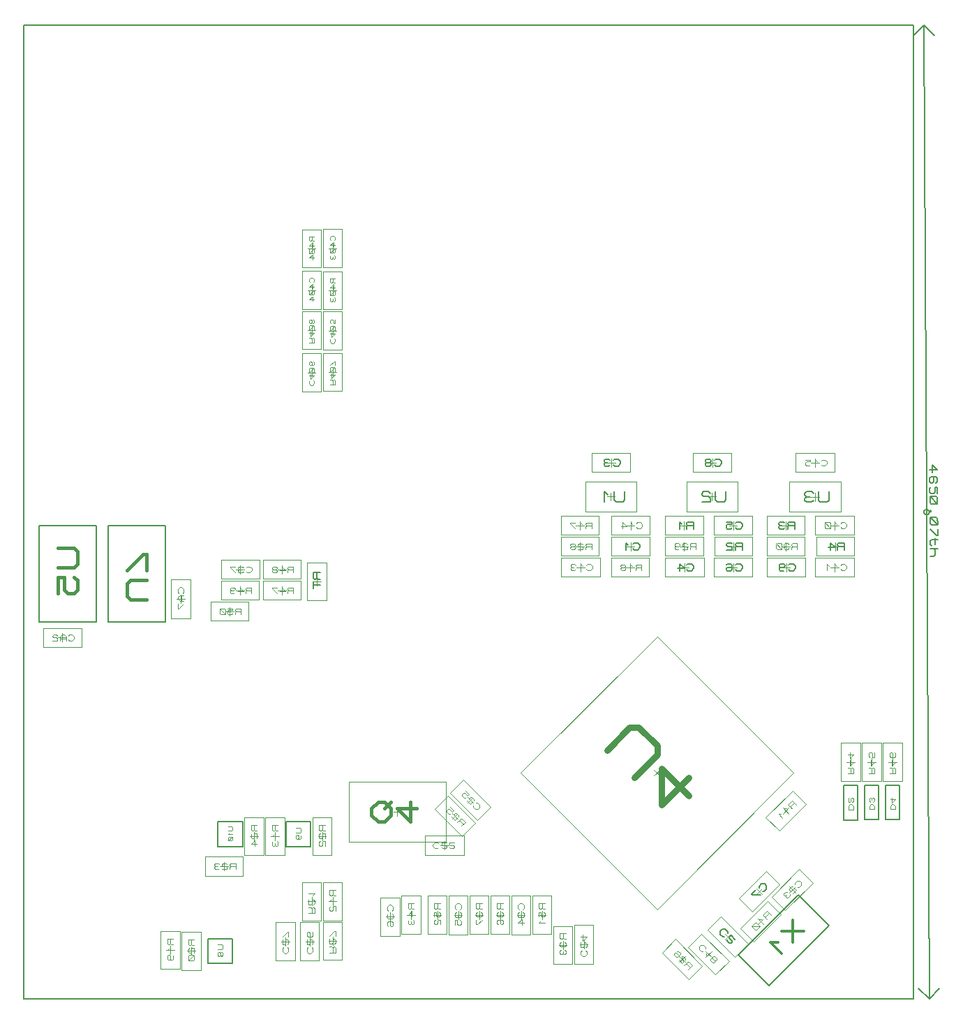
<source format=gbr>
G04 PROTEUS GERBER X2 FILE*
%TF.GenerationSoftware,Labcenter,Proteus,8.7-SP3-Build25561*%
%TF.CreationDate,2021-06-23T20:43:36+00:00*%
%TF.FileFunction,AssemblyDrawing,Bot*%
%TF.FilePolarity,Positive*%
%TF.Part,Single*%
%TF.SameCoordinates,{72a0a031-abb8-4097-8df3-996e39d3871e}*%
%FSLAX45Y45*%
%MOMM*%
G01*
%TA.AperFunction,Material*%
%ADD160C,0.050000*%
%ADD186C,0.781660*%
%TA.AperFunction,Profile*%
%ADD47C,0.203200*%
%TA.AperFunction,Material*%
%ADD61C,0.203200*%
%ADD182C,0.100750*%
%ADD187C,0.075560*%
%ADD174C,0.095000*%
%ADD168C,0.093000*%
%ADD158C,0.389040*%
%ADD165C,0.118750*%
%ADD188C,0.208330*%
%ADD167C,0.141000*%
%ADD161C,0.116250*%
%ADD189C,0.391660*%
%ADD190C,0.316990*%
%ADD184C,0.100580*%
%TA.AperFunction,NonMaterial*%
%ADD48C,0.203200*%
%TD.AperFunction*%
D160*
X+6604000Y-8376621D02*
X+4949370Y-6721991D01*
X+6604000Y-5067361D01*
X+8258630Y-6721991D01*
X+6604000Y-8376621D01*
X+6639355Y-6686636D02*
X+6568644Y-6757346D01*
X+6568644Y-6686636D02*
X+6639355Y-6757346D01*
D186*
X+5996008Y-6445630D02*
X+6272368Y-6169270D01*
X+6382912Y-6169270D01*
X+6604000Y-6390358D01*
X+6604001Y-6500902D01*
X+6327640Y-6777263D01*
X+6990904Y-6998351D02*
X+6659272Y-6666718D01*
X+6659272Y-7108895D01*
X+6990904Y-6777262D01*
D47*
X-1079500Y-9461500D02*
X+9715500Y-9461500D01*
X+9715500Y+2349500D01*
X-1079500Y+2349500D01*
X-1079500Y-9461500D01*
D61*
X+1154430Y-9033510D02*
X+1454150Y-9033510D01*
X+1454150Y-8731250D01*
X+1154430Y-8731250D01*
X+1154430Y-9033510D01*
D182*
X+1274064Y-8801778D02*
X+1324441Y-8801778D01*
X+1334516Y-8811853D01*
X+1334516Y-8852154D01*
X+1324441Y-8862229D01*
X+1274064Y-8862229D01*
X+1304290Y-8902530D02*
X+1294215Y-8892455D01*
X+1284139Y-8892455D01*
X+1274064Y-8902530D01*
X+1274064Y-8932756D01*
X+1284139Y-8942831D01*
X+1294215Y-8942831D01*
X+1304290Y-8932756D01*
X+1304290Y-8902530D01*
X+1314365Y-8892455D01*
X+1324441Y-8892455D01*
X+1334516Y-8902530D01*
X+1334516Y-8932756D01*
X+1324441Y-8942831D01*
X+1314365Y-8942831D01*
X+1304290Y-8932756D01*
D61*
X+2101850Y-7616709D02*
X+2401570Y-7616709D01*
X+2401570Y-7314449D01*
X+2101850Y-7314449D01*
X+2101850Y-7616709D01*
D182*
X+2221484Y-7384977D02*
X+2271861Y-7384977D01*
X+2281936Y-7395052D01*
X+2281936Y-7435353D01*
X+2271861Y-7445428D01*
X+2221484Y-7445428D01*
X+2241635Y-7526030D02*
X+2251710Y-7515955D01*
X+2251710Y-7485729D01*
X+2241635Y-7475654D01*
X+2231559Y-7475654D01*
X+2221484Y-7485729D01*
X+2221484Y-7515955D01*
X+2231559Y-7526030D01*
X+2271861Y-7526030D01*
X+2281936Y-7515955D01*
X+2281936Y-7485729D01*
D61*
X+1276350Y-7616709D02*
X+1576070Y-7616709D01*
X+1576070Y-7314449D01*
X+1276350Y-7314449D01*
X+1276350Y-7616709D01*
D187*
X+1403540Y-7374901D02*
X+1441323Y-7374901D01*
X+1448879Y-7382457D01*
X+1448879Y-7412683D01*
X+1441323Y-7420240D01*
X+1403540Y-7420240D01*
X+1418653Y-7450466D02*
X+1403540Y-7465579D01*
X+1448879Y-7465579D01*
X+1441323Y-7495805D02*
X+1411097Y-7495805D01*
X+1403540Y-7503361D01*
X+1403540Y-7533587D01*
X+1411097Y-7541144D01*
X+1441323Y-7541144D01*
X+1448879Y-7533587D01*
X+1448879Y-7503361D01*
X+1441323Y-7495805D01*
X+1448879Y-7495805D02*
X+1403540Y-7541144D01*
D160*
X+2528000Y-631000D02*
X+2528000Y-1101000D01*
X+2298000Y-1101000D01*
X+2298000Y-631000D01*
X+2528000Y-631000D01*
X+2363000Y-866000D02*
X+2463000Y-866000D01*
X+2413000Y-916000D02*
X+2413000Y-816000D01*
D174*
X+2432000Y-771000D02*
X+2441500Y-761500D01*
X+2441500Y-733000D01*
X+2422500Y-714000D01*
X+2403500Y-714000D01*
X+2384500Y-733000D01*
X+2384500Y-761500D01*
X+2394000Y-771000D01*
X+2422500Y-847000D02*
X+2422500Y-790000D01*
X+2384500Y-828000D01*
X+2441500Y-828000D01*
X+2432000Y-866000D02*
X+2394000Y-866000D01*
X+2384500Y-875500D01*
X+2384500Y-913500D01*
X+2394000Y-923000D01*
X+2432000Y-923000D01*
X+2441500Y-913500D01*
X+2441500Y-875500D01*
X+2432000Y-866000D01*
X+2441500Y-866000D02*
X+2384500Y-923000D01*
X+2422500Y-999000D02*
X+2422500Y-942000D01*
X+2384500Y-980000D01*
X+2441500Y-980000D01*
D160*
X+2528000Y-133000D02*
X+2528000Y-593000D01*
X+2298000Y-593000D01*
X+2298000Y-133000D01*
X+2528000Y-133000D01*
X+2363000Y-363000D02*
X+2463000Y-363000D01*
X+2413000Y-413000D02*
X+2413000Y-313000D01*
D168*
X+2440900Y-214200D02*
X+2385100Y-214200D01*
X+2385100Y-260700D01*
X+2394400Y-270000D01*
X+2403700Y-270000D01*
X+2413000Y-260700D01*
X+2413000Y-214200D01*
X+2413000Y-260700D02*
X+2422300Y-270000D01*
X+2440900Y-270000D01*
X+2422300Y-344400D02*
X+2422300Y-288600D01*
X+2385100Y-325800D01*
X+2440900Y-325800D01*
X+2431600Y-363000D02*
X+2394400Y-363000D01*
X+2385100Y-372300D01*
X+2385100Y-409500D01*
X+2394400Y-418800D01*
X+2431600Y-418800D01*
X+2440900Y-409500D01*
X+2440900Y-372300D01*
X+2431600Y-363000D01*
X+2440900Y-363000D02*
X+2385100Y-418800D01*
X+2422300Y-493200D02*
X+2422300Y-437400D01*
X+2385100Y-474600D01*
X+2440900Y-474600D01*
D160*
X+2782000Y-123000D02*
X+2782000Y-593000D01*
X+2552000Y-593000D01*
X+2552000Y-123000D01*
X+2782000Y-123000D01*
X+2617000Y-358000D02*
X+2717000Y-358000D01*
X+2667000Y-408000D02*
X+2667000Y-308000D01*
D174*
X+2686000Y-263000D02*
X+2695500Y-253500D01*
X+2695500Y-225000D01*
X+2676500Y-206000D01*
X+2657500Y-206000D01*
X+2638500Y-225000D01*
X+2638500Y-253500D01*
X+2648000Y-263000D01*
X+2676500Y-339000D02*
X+2676500Y-282000D01*
X+2638500Y-320000D01*
X+2695500Y-320000D01*
X+2686000Y-358000D02*
X+2648000Y-358000D01*
X+2638500Y-367500D01*
X+2638500Y-405500D01*
X+2648000Y-415000D01*
X+2686000Y-415000D01*
X+2695500Y-405500D01*
X+2695500Y-367500D01*
X+2686000Y-358000D01*
X+2695500Y-358000D02*
X+2638500Y-415000D01*
X+2648000Y-443500D02*
X+2638500Y-453000D01*
X+2638500Y-481500D01*
X+2648000Y-491000D01*
X+2657500Y-491000D01*
X+2667000Y-481500D01*
X+2676500Y-491000D01*
X+2686000Y-491000D01*
X+2695500Y-481500D01*
X+2695500Y-453000D01*
X+2686000Y-443500D01*
X+2667000Y-462500D02*
X+2667000Y-481500D01*
D160*
X+2782000Y-641000D02*
X+2782000Y-1101000D01*
X+2552000Y-1101000D01*
X+2552000Y-641000D01*
X+2782000Y-641000D01*
X+2617000Y-871000D02*
X+2717000Y-871000D01*
X+2667000Y-921000D02*
X+2667000Y-821000D01*
D168*
X+2694900Y-722200D02*
X+2639100Y-722200D01*
X+2639100Y-768700D01*
X+2648400Y-778000D01*
X+2657700Y-778000D01*
X+2667000Y-768700D01*
X+2667000Y-722200D01*
X+2667000Y-768700D02*
X+2676300Y-778000D01*
X+2694900Y-778000D01*
X+2676300Y-852400D02*
X+2676300Y-796600D01*
X+2639100Y-833800D01*
X+2694900Y-833800D01*
X+2685600Y-871000D02*
X+2648400Y-871000D01*
X+2639100Y-880300D01*
X+2639100Y-917500D01*
X+2648400Y-926800D01*
X+2685600Y-926800D01*
X+2694900Y-917500D01*
X+2694900Y-880300D01*
X+2685600Y-871000D01*
X+2694900Y-871000D02*
X+2639100Y-926800D01*
X+2648400Y-954700D02*
X+2639100Y-964000D01*
X+2639100Y-991900D01*
X+2648400Y-1001200D01*
X+2657700Y-1001200D01*
X+2667000Y-991900D01*
X+2676300Y-1001200D01*
X+2685600Y-1001200D01*
X+2694900Y-991900D01*
X+2694900Y-964000D01*
X+2685600Y-954700D01*
X+2667000Y-973300D02*
X+2667000Y-991900D01*
D61*
X-895350Y-4889500D02*
X-196850Y-4889500D01*
X-196850Y-3722370D01*
X-895350Y-3722370D01*
X-895350Y-4889500D01*
D158*
X-662813Y-3994701D02*
X-468291Y-3994701D01*
X-429387Y-4033605D01*
X-429387Y-4189222D01*
X-468291Y-4228126D01*
X-662813Y-4228126D01*
X-662813Y-4539360D02*
X-662813Y-4344839D01*
X-585004Y-4344839D01*
X-585004Y-4500456D01*
X-546100Y-4539360D01*
X-468291Y-4539360D01*
X-429387Y-4500456D01*
X-429387Y-4383743D01*
X-468291Y-4344839D01*
D61*
X-57150Y-4889500D02*
X+641350Y-4889500D01*
X+641350Y-3722370D01*
X-57150Y-3722370D01*
X-57150Y-4889500D01*
D158*
X+408813Y-4617169D02*
X+214291Y-4617169D01*
X+175387Y-4578265D01*
X+175387Y-4422648D01*
X+214291Y-4383744D01*
X+408813Y-4383744D01*
X+408813Y-4267031D02*
X+408813Y-4072510D01*
X+369909Y-4072510D01*
X+175387Y-4267031D01*
D160*
X-377000Y-5195000D02*
X-847000Y-5195000D01*
X-847000Y-4965000D01*
X-377000Y-4965000D01*
X-377000Y-5195000D01*
X-612000Y-5030000D02*
X-612000Y-5130000D01*
X-662000Y-5080000D02*
X-562000Y-5080000D01*
D165*
X-540750Y-5103750D02*
X-528875Y-5115625D01*
X-493250Y-5115625D01*
X-469500Y-5091875D01*
X-469500Y-5068125D01*
X-493250Y-5044375D01*
X-528875Y-5044375D01*
X-540750Y-5056250D01*
X-564500Y-5115625D02*
X-564500Y-5068125D01*
X-588250Y-5044375D01*
X-612000Y-5044375D01*
X-635750Y-5068125D01*
X-635750Y-5115625D01*
X-564500Y-5091875D02*
X-635750Y-5091875D01*
X-671375Y-5056250D02*
X-683250Y-5044375D01*
X-718875Y-5044375D01*
X-730750Y-5056250D01*
X-730750Y-5068125D01*
X-718875Y-5080000D01*
X-683250Y-5080000D01*
X-671375Y-5091875D01*
X-671375Y-5115625D01*
X-730750Y-5115625D01*
D160*
X+710500Y-4847500D02*
X+710500Y-4377500D01*
X+940500Y-4377500D01*
X+940500Y-4847500D01*
X+710500Y-4847500D01*
X+875500Y-4612500D02*
X+775500Y-4612500D01*
X+825500Y-4562500D02*
X+825500Y-4662500D01*
D165*
X+849250Y-4541250D02*
X+861125Y-4529375D01*
X+861125Y-4493750D01*
X+837375Y-4470000D01*
X+813625Y-4470000D01*
X+789875Y-4493750D01*
X+789875Y-4529375D01*
X+801750Y-4541250D01*
X+861125Y-4565000D02*
X+813625Y-4565000D01*
X+789875Y-4588750D01*
X+789875Y-4612500D01*
X+813625Y-4636250D01*
X+861125Y-4636250D01*
X+837375Y-4565000D02*
X+837375Y-4636250D01*
X+789875Y-4671875D02*
X+789875Y-4731250D01*
X+801750Y-4731250D01*
X+861125Y-4671875D01*
D160*
X+2782000Y-1121500D02*
X+2782000Y-1591500D01*
X+2552000Y-1591500D01*
X+2552000Y-1121500D01*
X+2782000Y-1121500D01*
X+2617000Y-1356500D02*
X+2717000Y-1356500D01*
X+2667000Y-1406500D02*
X+2667000Y-1306500D01*
D174*
X+2648000Y-1451500D02*
X+2638500Y-1461000D01*
X+2638500Y-1489500D01*
X+2657500Y-1508500D01*
X+2676500Y-1508500D01*
X+2695500Y-1489500D01*
X+2695500Y-1461000D01*
X+2686000Y-1451500D01*
X+2657500Y-1375500D02*
X+2657500Y-1432500D01*
X+2695500Y-1394500D01*
X+2638500Y-1394500D01*
X+2648000Y-1356500D02*
X+2686000Y-1356500D01*
X+2695500Y-1347000D01*
X+2695500Y-1309000D01*
X+2686000Y-1299500D01*
X+2648000Y-1299500D01*
X+2638500Y-1309000D01*
X+2638500Y-1347000D01*
X+2648000Y-1356500D01*
X+2638500Y-1356500D02*
X+2695500Y-1299500D01*
X+2695500Y-1223500D02*
X+2695500Y-1271000D01*
X+2676500Y-1271000D01*
X+2676500Y-1233000D01*
X+2667000Y-1223500D01*
X+2648000Y-1223500D01*
X+2638500Y-1233000D01*
X+2638500Y-1261500D01*
X+2648000Y-1271000D01*
D160*
X+2528000Y-1629500D02*
X+2528000Y-2099500D01*
X+2298000Y-2099500D01*
X+2298000Y-1629500D01*
X+2528000Y-1629500D01*
X+2363000Y-1864500D02*
X+2463000Y-1864500D01*
X+2413000Y-1914500D02*
X+2413000Y-1814500D01*
D174*
X+2394000Y-1959500D02*
X+2384500Y-1969000D01*
X+2384500Y-1997500D01*
X+2403500Y-2016500D01*
X+2422500Y-2016500D01*
X+2441500Y-1997500D01*
X+2441500Y-1969000D01*
X+2432000Y-1959500D01*
X+2403500Y-1883500D02*
X+2403500Y-1940500D01*
X+2441500Y-1902500D01*
X+2384500Y-1902500D01*
X+2394000Y-1864500D02*
X+2432000Y-1864500D01*
X+2441500Y-1855000D01*
X+2441500Y-1817000D01*
X+2432000Y-1807500D01*
X+2394000Y-1807500D01*
X+2384500Y-1817000D01*
X+2384500Y-1855000D01*
X+2394000Y-1864500D01*
X+2384500Y-1864500D02*
X+2441500Y-1807500D01*
X+2432000Y-1731500D02*
X+2441500Y-1741000D01*
X+2441500Y-1769500D01*
X+2432000Y-1779000D01*
X+2394000Y-1779000D01*
X+2384500Y-1769500D01*
X+2384500Y-1741000D01*
X+2394000Y-1731500D01*
X+2403500Y-1731500D01*
X+2413000Y-1741000D01*
X+2413000Y-1779000D01*
D160*
X+2782000Y-1629500D02*
X+2782000Y-2089500D01*
X+2552000Y-2089500D01*
X+2552000Y-1629500D01*
X+2782000Y-1629500D01*
X+2617000Y-1859500D02*
X+2717000Y-1859500D01*
X+2667000Y-1909500D02*
X+2667000Y-1809500D01*
D168*
X+2639100Y-2008300D02*
X+2694900Y-2008300D01*
X+2694900Y-1961800D01*
X+2685600Y-1952500D01*
X+2676300Y-1952500D01*
X+2667000Y-1961800D01*
X+2667000Y-2008300D01*
X+2667000Y-1961800D02*
X+2657700Y-1952500D01*
X+2639100Y-1952500D01*
X+2657700Y-1878100D02*
X+2657700Y-1933900D01*
X+2694900Y-1896700D01*
X+2639100Y-1896700D01*
X+2648400Y-1859500D02*
X+2685600Y-1859500D01*
X+2694900Y-1850200D01*
X+2694900Y-1813000D01*
X+2685600Y-1803700D01*
X+2648400Y-1803700D01*
X+2639100Y-1813000D01*
X+2639100Y-1850200D01*
X+2648400Y-1859500D01*
X+2639100Y-1859500D02*
X+2694900Y-1803700D01*
X+2694900Y-1775800D02*
X+2694900Y-1729300D01*
X+2685600Y-1729300D01*
X+2639100Y-1775800D01*
D160*
X+2528000Y-1121500D02*
X+2528000Y-1581500D01*
X+2298000Y-1581500D01*
X+2298000Y-1121500D01*
X+2528000Y-1121500D01*
X+2363000Y-1351500D02*
X+2463000Y-1351500D01*
X+2413000Y-1401500D02*
X+2413000Y-1301500D01*
D168*
X+2385100Y-1500300D02*
X+2440900Y-1500300D01*
X+2440900Y-1453800D01*
X+2431600Y-1444500D01*
X+2422300Y-1444500D01*
X+2413000Y-1453800D01*
X+2413000Y-1500300D01*
X+2413000Y-1453800D02*
X+2403700Y-1444500D01*
X+2385100Y-1444500D01*
X+2403700Y-1370100D02*
X+2403700Y-1425900D01*
X+2440900Y-1388700D01*
X+2385100Y-1388700D01*
X+2394400Y-1351500D02*
X+2431600Y-1351500D01*
X+2440900Y-1342200D01*
X+2440900Y-1305000D01*
X+2431600Y-1295700D01*
X+2394400Y-1295700D01*
X+2385100Y-1305000D01*
X+2385100Y-1342200D01*
X+2394400Y-1351500D01*
X+2385100Y-1351500D02*
X+2440900Y-1295700D01*
X+2413000Y-1258500D02*
X+2422300Y-1267800D01*
X+2431600Y-1267800D01*
X+2440900Y-1258500D01*
X+2440900Y-1230600D01*
X+2431600Y-1221300D01*
X+2422300Y-1221300D01*
X+2413000Y-1230600D01*
X+2413000Y-1258500D01*
X+2403700Y-1267800D01*
X+2394400Y-1267800D01*
X+2385100Y-1258500D01*
X+2385100Y-1230600D01*
X+2394400Y-1221300D01*
X+2403700Y-1221300D01*
X+2413000Y-1230600D01*
D160*
X+6354000Y-3550902D02*
X+5734000Y-3550902D01*
X+5734000Y-3190902D01*
X+6354000Y-3190902D01*
X+6354000Y-3550902D01*
X+6044000Y-3320902D02*
X+6044000Y-3420902D01*
X+5994000Y-3370902D02*
X+6094000Y-3370902D01*
D188*
X+6210666Y-3308402D02*
X+6210666Y-3412569D01*
X+6189833Y-3433402D01*
X+6106500Y-3433402D01*
X+6085667Y-3412569D01*
X+6085667Y-3308402D01*
X+6002334Y-3350069D02*
X+5960667Y-3308402D01*
X+5960667Y-3433402D01*
D160*
X+7581107Y-3550533D02*
X+6961107Y-3550533D01*
X+6961107Y-3190533D01*
X+7581107Y-3190533D01*
X+7581107Y-3550533D01*
X+7271107Y-3320533D02*
X+7271107Y-3420533D01*
X+7221107Y-3370533D02*
X+7321107Y-3370533D01*
D188*
X+7437773Y-3308033D02*
X+7437773Y-3412200D01*
X+7416940Y-3433033D01*
X+7333607Y-3433033D01*
X+7312774Y-3412200D01*
X+7312774Y-3308033D01*
X+7250274Y-3328866D02*
X+7229441Y-3308033D01*
X+7166941Y-3308033D01*
X+7146108Y-3328866D01*
X+7146108Y-3349700D01*
X+7166941Y-3370533D01*
X+7229441Y-3370533D01*
X+7250274Y-3391366D01*
X+7250274Y-3433033D01*
X+7146108Y-3433033D01*
D160*
X+8830869Y-3552033D02*
X+8210869Y-3552033D01*
X+8210869Y-3192033D01*
X+8830869Y-3192033D01*
X+8830869Y-3552033D01*
X+8520869Y-3322033D02*
X+8520869Y-3422033D01*
X+8470869Y-3372033D02*
X+8570869Y-3372033D01*
D188*
X+8687535Y-3309533D02*
X+8687535Y-3413700D01*
X+8666702Y-3434533D01*
X+8583369Y-3434533D01*
X+8562536Y-3413700D01*
X+8562536Y-3309533D01*
X+8500036Y-3330366D02*
X+8479203Y-3309533D01*
X+8416703Y-3309533D01*
X+8395870Y-3330366D01*
X+8395870Y-3351200D01*
X+8416703Y-3372033D01*
X+8395870Y-3392866D01*
X+8395870Y-3413700D01*
X+8416703Y-3434533D01*
X+8479203Y-3434533D01*
X+8500036Y-3413700D01*
X+8458370Y-3372033D02*
X+8416703Y-3372033D01*
D160*
X+6280500Y-3072402D02*
X+5810500Y-3072402D01*
X+5810500Y-2842402D01*
X+6280500Y-2842402D01*
X+6280500Y-3072402D01*
X+6045500Y-2907402D02*
X+6045500Y-3007402D01*
X+5995500Y-2957402D02*
X+6095500Y-2957402D01*
D167*
X+6073700Y-2985602D02*
X+6087800Y-2999702D01*
X+6130100Y-2999702D01*
X+6158300Y-2971502D01*
X+6158300Y-2943302D01*
X+6130100Y-2915102D01*
X+6087800Y-2915102D01*
X+6073700Y-2929202D01*
X+6031400Y-2929202D02*
X+6017300Y-2915102D01*
X+5975000Y-2915102D01*
X+5960900Y-2929202D01*
X+5960900Y-2943302D01*
X+5975000Y-2957402D01*
X+5960900Y-2971502D01*
X+5960900Y-2985602D01*
X+5975000Y-2999702D01*
X+6017300Y-2999702D01*
X+6031400Y-2985602D01*
X+6003200Y-2957402D02*
X+5975000Y-2957402D01*
D160*
X+7507607Y-3072033D02*
X+7037607Y-3072033D01*
X+7037607Y-2842033D01*
X+7507607Y-2842033D01*
X+7507607Y-3072033D01*
X+7272607Y-2907033D02*
X+7272607Y-3007033D01*
X+7222607Y-2957033D02*
X+7322607Y-2957033D01*
D167*
X+7300807Y-2985233D02*
X+7314907Y-2999333D01*
X+7357207Y-2999333D01*
X+7385407Y-2971133D01*
X+7385407Y-2942933D01*
X+7357207Y-2914733D01*
X+7314907Y-2914733D01*
X+7300807Y-2928833D01*
X+7244407Y-2957033D02*
X+7258507Y-2942933D01*
X+7258507Y-2928833D01*
X+7244407Y-2914733D01*
X+7202107Y-2914733D01*
X+7188007Y-2928833D01*
X+7188007Y-2942933D01*
X+7202107Y-2957033D01*
X+7244407Y-2957033D01*
X+7258507Y-2971133D01*
X+7258507Y-2985233D01*
X+7244407Y-2999333D01*
X+7202107Y-2999333D01*
X+7188007Y-2985233D01*
X+7188007Y-2971133D01*
X+7202107Y-2957033D01*
D160*
X+8757369Y-3073533D02*
X+8287369Y-3073533D01*
X+8287369Y-2843533D01*
X+8757369Y-2843533D01*
X+8757369Y-3073533D01*
X+8522369Y-2908533D02*
X+8522369Y-3008533D01*
X+8472369Y-2958533D02*
X+8572369Y-2958533D01*
D165*
X+8593619Y-2982283D02*
X+8605494Y-2994158D01*
X+8641119Y-2994158D01*
X+8664869Y-2970408D01*
X+8664869Y-2946658D01*
X+8641119Y-2922908D01*
X+8605494Y-2922908D01*
X+8593619Y-2934783D01*
X+8546119Y-2946658D02*
X+8522369Y-2922908D01*
X+8522369Y-2994158D01*
X+8403619Y-2922908D02*
X+8462994Y-2922908D01*
X+8462994Y-2946658D01*
X+8415494Y-2946658D01*
X+8403619Y-2958533D01*
X+8403619Y-2982283D01*
X+8415494Y-2994158D01*
X+8451119Y-2994158D01*
X+8462994Y-2982283D01*
D160*
X+6517000Y-3834402D02*
X+6047000Y-3834402D01*
X+6047000Y-3604402D01*
X+6517000Y-3604402D01*
X+6517000Y-3834402D01*
X+6282000Y-3669402D02*
X+6282000Y-3769402D01*
X+6232000Y-3719402D02*
X+6332000Y-3719402D01*
D165*
X+6353250Y-3743152D02*
X+6365125Y-3755027D01*
X+6400750Y-3755027D01*
X+6424500Y-3731277D01*
X+6424500Y-3707527D01*
X+6400750Y-3683777D01*
X+6365125Y-3683777D01*
X+6353250Y-3695652D01*
X+6305750Y-3707527D02*
X+6282000Y-3683777D01*
X+6282000Y-3755027D01*
X+6163250Y-3731277D02*
X+6234500Y-3731277D01*
X+6187000Y-3683777D01*
X+6187000Y-3755027D01*
D160*
X+7761607Y-3834033D02*
X+7291607Y-3834033D01*
X+7291607Y-3604033D01*
X+7761607Y-3604033D01*
X+7761607Y-3834033D01*
X+7526607Y-3669033D02*
X+7526607Y-3769033D01*
X+7476607Y-3719033D02*
X+7576607Y-3719033D01*
D167*
X+7554807Y-3747233D02*
X+7568907Y-3761333D01*
X+7611207Y-3761333D01*
X+7639407Y-3733133D01*
X+7639407Y-3704933D01*
X+7611207Y-3676733D01*
X+7568907Y-3676733D01*
X+7554807Y-3690833D01*
X+7442007Y-3676733D02*
X+7512507Y-3676733D01*
X+7512507Y-3704933D01*
X+7456107Y-3704933D01*
X+7442007Y-3719033D01*
X+7442007Y-3747233D01*
X+7456107Y-3761333D01*
X+7498407Y-3761333D01*
X+7512507Y-3747233D01*
D160*
X+8993869Y-3834033D02*
X+8523869Y-3834033D01*
X+8523869Y-3604033D01*
X+8993869Y-3604033D01*
X+8993869Y-3834033D01*
X+8758869Y-3669033D02*
X+8758869Y-3769033D01*
X+8708869Y-3719033D02*
X+8808869Y-3719033D01*
D165*
X+8830119Y-3742783D02*
X+8841994Y-3754658D01*
X+8877619Y-3754658D01*
X+8901369Y-3730908D01*
X+8901369Y-3707158D01*
X+8877619Y-3683408D01*
X+8841994Y-3683408D01*
X+8830119Y-3695283D01*
X+8782619Y-3707158D02*
X+8758869Y-3683408D01*
X+8758869Y-3754658D01*
X+8711369Y-3742783D02*
X+8711369Y-3695283D01*
X+8699494Y-3683408D01*
X+8651994Y-3683408D01*
X+8640119Y-3695283D01*
X+8640119Y-3742783D01*
X+8651994Y-3754658D01*
X+8699494Y-3754658D01*
X+8711369Y-3742783D01*
X+8711369Y-3754658D02*
X+8640119Y-3683408D01*
D160*
X+6517000Y-4088402D02*
X+6047000Y-4088402D01*
X+6047000Y-3858402D01*
X+6517000Y-3858402D01*
X+6517000Y-4088402D01*
X+6282000Y-3923402D02*
X+6282000Y-4023402D01*
X+6232000Y-3973402D02*
X+6332000Y-3973402D01*
D167*
X+6310200Y-4001602D02*
X+6324300Y-4015702D01*
X+6366600Y-4015702D01*
X+6394800Y-3987502D01*
X+6394800Y-3959302D01*
X+6366600Y-3931102D01*
X+6324300Y-3931102D01*
X+6310200Y-3945202D01*
X+6253800Y-3959302D02*
X+6225600Y-3931102D01*
X+6225600Y-4015702D01*
D160*
X+5909500Y-4342402D02*
X+5439500Y-4342402D01*
X+5439500Y-4112402D01*
X+5909500Y-4112402D01*
X+5909500Y-4342402D01*
X+5674500Y-4177402D02*
X+5674500Y-4277402D01*
X+5624500Y-4227402D02*
X+5724500Y-4227402D01*
D165*
X+5745750Y-4251152D02*
X+5757625Y-4263027D01*
X+5793250Y-4263027D01*
X+5817000Y-4239277D01*
X+5817000Y-4215527D01*
X+5793250Y-4191777D01*
X+5757625Y-4191777D01*
X+5745750Y-4203652D01*
X+5698250Y-4215527D02*
X+5674500Y-4191777D01*
X+5674500Y-4263027D01*
X+5615125Y-4203652D02*
X+5603250Y-4191777D01*
X+5567625Y-4191777D01*
X+5555750Y-4203652D01*
X+5555750Y-4215527D01*
X+5567625Y-4227402D01*
X+5555750Y-4239277D01*
X+5555750Y-4251152D01*
X+5567625Y-4263027D01*
X+5603250Y-4263027D01*
X+5615125Y-4251152D01*
X+5591375Y-4227402D02*
X+5567625Y-4227402D01*
D160*
X+5439500Y-3604402D02*
X+5899500Y-3604402D01*
X+5899500Y-3834402D01*
X+5439500Y-3834402D01*
X+5439500Y-3604402D01*
X+5669500Y-3769402D02*
X+5669500Y-3669402D01*
X+5719500Y-3719402D02*
X+5619500Y-3719402D01*
D161*
X+5809000Y-3754277D02*
X+5809000Y-3684527D01*
X+5750875Y-3684527D01*
X+5739250Y-3696152D01*
X+5739250Y-3707777D01*
X+5750875Y-3719402D01*
X+5809000Y-3719402D01*
X+5750875Y-3719402D02*
X+5739250Y-3731027D01*
X+5739250Y-3754277D01*
X+5692750Y-3707777D02*
X+5669500Y-3684527D01*
X+5669500Y-3754277D01*
X+5611375Y-3684527D02*
X+5553250Y-3684527D01*
X+5553250Y-3696152D01*
X+5611375Y-3754277D01*
D160*
X+6507000Y-4342402D02*
X+6047000Y-4342402D01*
X+6047000Y-4112402D01*
X+6507000Y-4112402D01*
X+6507000Y-4342402D01*
X+6277000Y-4177402D02*
X+6277000Y-4277402D01*
X+6227000Y-4227402D02*
X+6327000Y-4227402D01*
D161*
X+6416500Y-4262277D02*
X+6416500Y-4192527D01*
X+6358375Y-4192527D01*
X+6346750Y-4204152D01*
X+6346750Y-4215777D01*
X+6358375Y-4227402D01*
X+6416500Y-4227402D01*
X+6358375Y-4227402D02*
X+6346750Y-4239027D01*
X+6346750Y-4262277D01*
X+6300250Y-4215777D02*
X+6277000Y-4192527D01*
X+6277000Y-4262277D01*
X+6207250Y-4227402D02*
X+6218875Y-4215777D01*
X+6218875Y-4204152D01*
X+6207250Y-4192527D01*
X+6172375Y-4192527D01*
X+6160750Y-4204152D01*
X+6160750Y-4215777D01*
X+6172375Y-4227402D01*
X+6207250Y-4227402D01*
X+6218875Y-4239027D01*
X+6218875Y-4250652D01*
X+6207250Y-4262277D01*
X+6172375Y-4262277D01*
X+6160750Y-4250652D01*
X+6160750Y-4239027D01*
X+6172375Y-4227402D01*
D160*
X+5899500Y-4088402D02*
X+5439500Y-4088402D01*
X+5439500Y-3858402D01*
X+5899500Y-3858402D01*
X+5899500Y-4088402D01*
X+5669500Y-3923402D02*
X+5669500Y-4023402D01*
X+5619500Y-3973402D02*
X+5719500Y-3973402D01*
D161*
X+5809000Y-4008277D02*
X+5809000Y-3938527D01*
X+5750875Y-3938527D01*
X+5739250Y-3950152D01*
X+5739250Y-3961777D01*
X+5750875Y-3973402D01*
X+5809000Y-3973402D01*
X+5750875Y-3973402D02*
X+5739250Y-3985027D01*
X+5739250Y-4008277D01*
X+5704375Y-3950152D02*
X+5692750Y-3938527D01*
X+5657875Y-3938527D01*
X+5646250Y-3950152D01*
X+5646250Y-3961777D01*
X+5657875Y-3973402D01*
X+5692750Y-3973402D01*
X+5704375Y-3985027D01*
X+5704375Y-4008277D01*
X+5646250Y-4008277D01*
X+5599750Y-3973402D02*
X+5611375Y-3961777D01*
X+5611375Y-3950152D01*
X+5599750Y-3938527D01*
X+5564875Y-3938527D01*
X+5553250Y-3950152D01*
X+5553250Y-3961777D01*
X+5564875Y-3973402D01*
X+5599750Y-3973402D01*
X+5611375Y-3985027D01*
X+5611375Y-3996652D01*
X+5599750Y-4008277D01*
X+5564875Y-4008277D01*
X+5553250Y-3996652D01*
X+5553250Y-3985027D01*
X+5564875Y-3973402D01*
D160*
X+6702607Y-3604033D02*
X+7162607Y-3604033D01*
X+7162607Y-3834033D01*
X+6702607Y-3834033D01*
X+6702607Y-3604033D01*
X+6932607Y-3769033D02*
X+6932607Y-3669033D01*
X+6982607Y-3719033D02*
X+6882607Y-3719033D01*
D167*
X+7045407Y-3761333D02*
X+7045407Y-3676733D01*
X+6974907Y-3676733D01*
X+6960807Y-3690833D01*
X+6960807Y-3704933D01*
X+6974907Y-3719033D01*
X+7045407Y-3719033D01*
X+6974907Y-3719033D02*
X+6960807Y-3733133D01*
X+6960807Y-3761333D01*
X+6904407Y-3704933D02*
X+6876207Y-3676733D01*
X+6876207Y-3761333D01*
D160*
X+7761607Y-4088033D02*
X+7301607Y-4088033D01*
X+7301607Y-3858033D01*
X+7761607Y-3858033D01*
X+7761607Y-4088033D01*
X+7531607Y-3923033D02*
X+7531607Y-4023033D01*
X+7481607Y-3973033D02*
X+7581607Y-3973033D01*
D167*
X+7644407Y-4015333D02*
X+7644407Y-3930733D01*
X+7573907Y-3930733D01*
X+7559807Y-3944833D01*
X+7559807Y-3958933D01*
X+7573907Y-3973033D01*
X+7644407Y-3973033D01*
X+7573907Y-3973033D02*
X+7559807Y-3987133D01*
X+7559807Y-4015333D01*
X+7517507Y-3944833D02*
X+7503407Y-3930733D01*
X+7461107Y-3930733D01*
X+7447007Y-3944833D01*
X+7447007Y-3958933D01*
X+7461107Y-3973033D01*
X+7503407Y-3973033D01*
X+7517507Y-3987133D01*
X+7517507Y-4015333D01*
X+7447007Y-4015333D01*
D160*
X+7162607Y-4088033D02*
X+6702607Y-4088033D01*
X+6702607Y-3858033D01*
X+7162607Y-3858033D01*
X+7162607Y-4088033D01*
X+6932607Y-3923033D02*
X+6932607Y-4023033D01*
X+6882607Y-3973033D02*
X+6982607Y-3973033D01*
D161*
X+7072107Y-4007908D02*
X+7072107Y-3938158D01*
X+7013982Y-3938158D01*
X+7002357Y-3949783D01*
X+7002357Y-3961408D01*
X+7013982Y-3973033D01*
X+7072107Y-3973033D01*
X+7013982Y-3973033D02*
X+7002357Y-3984658D01*
X+7002357Y-4007908D01*
X+6967482Y-3949783D02*
X+6955857Y-3938158D01*
X+6920982Y-3938158D01*
X+6909357Y-3949783D01*
X+6909357Y-3961408D01*
X+6920982Y-3973033D01*
X+6955857Y-3973033D01*
X+6967482Y-3984658D01*
X+6967482Y-4007908D01*
X+6909357Y-4007908D01*
X+6816357Y-3961408D02*
X+6827982Y-3973033D01*
X+6862857Y-3973033D01*
X+6874482Y-3961408D01*
X+6874482Y-3949783D01*
X+6862857Y-3938158D01*
X+6827982Y-3938158D01*
X+6816357Y-3949783D01*
X+6816357Y-3996283D01*
X+6827982Y-4007908D01*
X+6862857Y-4007908D01*
D160*
X+7934869Y-3604033D02*
X+8394869Y-3604033D01*
X+8394869Y-3834033D01*
X+7934869Y-3834033D01*
X+7934869Y-3604033D01*
X+8164869Y-3769033D02*
X+8164869Y-3669033D01*
X+8214869Y-3719033D02*
X+8114869Y-3719033D01*
D167*
X+8277669Y-3761333D02*
X+8277669Y-3676733D01*
X+8207169Y-3676733D01*
X+8193069Y-3690833D01*
X+8193069Y-3704933D01*
X+8207169Y-3719033D01*
X+8277669Y-3719033D01*
X+8207169Y-3719033D02*
X+8193069Y-3733133D01*
X+8193069Y-3761333D01*
X+8150769Y-3690833D02*
X+8136669Y-3676733D01*
X+8094369Y-3676733D01*
X+8080269Y-3690833D01*
X+8080269Y-3704933D01*
X+8094369Y-3719033D01*
X+8080269Y-3733133D01*
X+8080269Y-3747233D01*
X+8094369Y-3761333D01*
X+8136669Y-3761333D01*
X+8150769Y-3747233D01*
X+8122569Y-3719033D02*
X+8094369Y-3719033D01*
D160*
X+8993869Y-4088033D02*
X+8533869Y-4088033D01*
X+8533869Y-3858033D01*
X+8993869Y-3858033D01*
X+8993869Y-4088033D01*
X+8763869Y-3923033D02*
X+8763869Y-4023033D01*
X+8713869Y-3973033D02*
X+8813869Y-3973033D01*
D167*
X+8876669Y-4015333D02*
X+8876669Y-3930733D01*
X+8806169Y-3930733D01*
X+8792069Y-3944833D01*
X+8792069Y-3958933D01*
X+8806169Y-3973033D01*
X+8876669Y-3973033D01*
X+8806169Y-3973033D02*
X+8792069Y-3987133D01*
X+8792069Y-4015333D01*
X+8679269Y-3987133D02*
X+8763869Y-3987133D01*
X+8707469Y-3930733D01*
X+8707469Y-4015333D01*
D160*
X+8394869Y-4088033D02*
X+7934869Y-4088033D01*
X+7934869Y-3858033D01*
X+8394869Y-3858033D01*
X+8394869Y-4088033D01*
X+8164869Y-3923033D02*
X+8164869Y-4023033D01*
X+8114869Y-3973033D02*
X+8214869Y-3973033D01*
D161*
X+8304369Y-4007908D02*
X+8304369Y-3938158D01*
X+8246244Y-3938158D01*
X+8234619Y-3949783D01*
X+8234619Y-3961408D01*
X+8246244Y-3973033D01*
X+8304369Y-3973033D01*
X+8246244Y-3973033D02*
X+8234619Y-3984658D01*
X+8234619Y-4007908D01*
X+8199744Y-3949783D02*
X+8188119Y-3938158D01*
X+8153244Y-3938158D01*
X+8141619Y-3949783D01*
X+8141619Y-3961408D01*
X+8153244Y-3973033D01*
X+8141619Y-3984658D01*
X+8141619Y-3996283D01*
X+8153244Y-4007908D01*
X+8188119Y-4007908D01*
X+8199744Y-3996283D01*
X+8176494Y-3973033D02*
X+8153244Y-3973033D01*
X+8118369Y-3996283D02*
X+8118369Y-3949783D01*
X+8106744Y-3938158D01*
X+8060244Y-3938158D01*
X+8048619Y-3949783D01*
X+8048619Y-3996283D01*
X+8060244Y-4007908D01*
X+8106744Y-4007908D01*
X+8118369Y-3996283D01*
X+8118369Y-4007908D02*
X+8048619Y-3938158D01*
D160*
X+7172607Y-4342033D02*
X+6702607Y-4342033D01*
X+6702607Y-4112033D01*
X+7172607Y-4112033D01*
X+7172607Y-4342033D01*
X+6937607Y-4177033D02*
X+6937607Y-4277033D01*
X+6887607Y-4227033D02*
X+6987607Y-4227033D01*
D167*
X+6965807Y-4255233D02*
X+6979907Y-4269333D01*
X+7022207Y-4269333D01*
X+7050407Y-4241133D01*
X+7050407Y-4212933D01*
X+7022207Y-4184733D01*
X+6979907Y-4184733D01*
X+6965807Y-4198833D01*
X+6853007Y-4241133D02*
X+6937607Y-4241133D01*
X+6881207Y-4184733D01*
X+6881207Y-4269333D01*
D160*
X+7761607Y-4342033D02*
X+7291607Y-4342033D01*
X+7291607Y-4112033D01*
X+7761607Y-4112033D01*
X+7761607Y-4342033D01*
X+7526607Y-4177033D02*
X+7526607Y-4277033D01*
X+7476607Y-4227033D02*
X+7576607Y-4227033D01*
D167*
X+7554807Y-4255233D02*
X+7568907Y-4269333D01*
X+7611207Y-4269333D01*
X+7639407Y-4241133D01*
X+7639407Y-4212933D01*
X+7611207Y-4184733D01*
X+7568907Y-4184733D01*
X+7554807Y-4198833D01*
X+7442007Y-4198833D02*
X+7456107Y-4184733D01*
X+7498407Y-4184733D01*
X+7512507Y-4198833D01*
X+7512507Y-4255233D01*
X+7498407Y-4269333D01*
X+7456107Y-4269333D01*
X+7442007Y-4255233D01*
X+7442007Y-4241133D01*
X+7456107Y-4227033D01*
X+7512507Y-4227033D01*
D160*
X+8404869Y-4342033D02*
X+7934869Y-4342033D01*
X+7934869Y-4112033D01*
X+8404869Y-4112033D01*
X+8404869Y-4342033D01*
X+8169869Y-4177033D02*
X+8169869Y-4277033D01*
X+8119869Y-4227033D02*
X+8219869Y-4227033D01*
D167*
X+8198069Y-4255233D02*
X+8212169Y-4269333D01*
X+8254469Y-4269333D01*
X+8282669Y-4241133D01*
X+8282669Y-4212933D01*
X+8254469Y-4184733D01*
X+8212169Y-4184733D01*
X+8198069Y-4198833D01*
X+8085269Y-4212933D02*
X+8099369Y-4227033D01*
X+8141669Y-4227033D01*
X+8155769Y-4212933D01*
X+8155769Y-4198833D01*
X+8141669Y-4184733D01*
X+8099369Y-4184733D01*
X+8085269Y-4198833D01*
X+8085269Y-4255233D01*
X+8099369Y-4269333D01*
X+8141669Y-4269333D01*
D160*
X+8993869Y-4342033D02*
X+8523869Y-4342033D01*
X+8523869Y-4112033D01*
X+8993869Y-4112033D01*
X+8993869Y-4342033D01*
X+8758869Y-4177033D02*
X+8758869Y-4277033D01*
X+8708869Y-4227033D02*
X+8808869Y-4227033D01*
D165*
X+8830119Y-4250783D02*
X+8841994Y-4262658D01*
X+8877619Y-4262658D01*
X+8901369Y-4238908D01*
X+8901369Y-4215158D01*
X+8877619Y-4191408D01*
X+8841994Y-4191408D01*
X+8830119Y-4203283D01*
X+8782619Y-4215158D02*
X+8758869Y-4191408D01*
X+8758869Y-4262658D01*
X+8687619Y-4215158D02*
X+8663869Y-4191408D01*
X+8663869Y-4262658D01*
D160*
X+4038500Y-7558199D02*
X+2868500Y-7558199D01*
X+2868500Y-6828199D01*
X+4038500Y-6828199D01*
X+4038500Y-7558199D01*
X+3453500Y-7143199D02*
X+3453500Y-7243199D01*
X+3403500Y-7193199D02*
X+3503500Y-7193199D01*
D189*
X+3140168Y-7232365D02*
X+3218501Y-7310698D01*
X+3296834Y-7310698D01*
X+3375167Y-7232365D01*
X+3375167Y-7154032D01*
X+3296834Y-7075699D01*
X+3218501Y-7075699D01*
X+3140168Y-7154032D01*
X+3140168Y-7232365D01*
X+3296834Y-7154032D02*
X+3375167Y-7075699D01*
X+3688499Y-7154032D02*
X+3453500Y-7154032D01*
X+3610166Y-7310698D01*
X+3610166Y-7075699D01*
D61*
X+7585711Y-8931710D02*
X+8318500Y-8198921D01*
X+8692079Y-8572500D01*
X+7959290Y-9305289D01*
X+7585711Y-8931710D01*
D190*
X+8250969Y-8505544D02*
X+8250969Y-8774519D01*
X+8385457Y-8640032D02*
X+8116481Y-8640031D01*
X+8071652Y-8774519D02*
X+7981993Y-8774519D01*
X+8116482Y-8909007D01*
D160*
X+7376476Y-8462052D02*
X+7708816Y-8794392D01*
X+7546182Y-8957026D01*
X+7213842Y-8624686D01*
X+7376476Y-8462052D01*
X+7425974Y-8744894D02*
X+7496684Y-8674184D01*
X+7496684Y-8744894D02*
X+7425974Y-8674184D01*
D167*
X+7461329Y-8669658D02*
X+7461329Y-8649717D01*
X+7431418Y-8619807D01*
X+7391537Y-8619807D01*
X+7371597Y-8639747D01*
X+7371597Y-8679628D01*
X+7401507Y-8709539D01*
X+7421448Y-8709539D01*
X+7451359Y-8739450D02*
X+7451359Y-8759390D01*
X+7481269Y-8789301D01*
X+7501210Y-8789301D01*
X+7511180Y-8779330D01*
X+7511180Y-8759390D01*
X+7481269Y-8729479D01*
X+7481269Y-8709539D01*
X+7501210Y-8689599D01*
X+7551061Y-8739450D01*
D160*
X+8089816Y-8074818D02*
X+7757476Y-8407158D01*
X+7594842Y-8244524D01*
X+7927182Y-7912184D01*
X+8089816Y-8074818D01*
X+7806974Y-8124316D02*
X+7877684Y-8195026D01*
X+7806974Y-8195026D02*
X+7877684Y-8124316D01*
D167*
X+7882210Y-8159671D02*
X+7902151Y-8159671D01*
X+7932061Y-8129760D01*
X+7932061Y-8089879D01*
X+7912121Y-8069939D01*
X+7872240Y-8069939D01*
X+7842329Y-8099849D01*
X+7842329Y-8119790D01*
X+7802448Y-8139731D02*
X+7752597Y-8189582D01*
X+7762567Y-8199552D01*
X+7862269Y-8199552D01*
D160*
X+583500Y-9102000D02*
X+583500Y-8642000D01*
X+813500Y-8642000D01*
X+813500Y-9102000D01*
X+583500Y-9102000D01*
X+748500Y-8872000D02*
X+648500Y-8872000D01*
X+698500Y-8822000D02*
X+698500Y-8922000D01*
D161*
X+733375Y-8732500D02*
X+663625Y-8732500D01*
X+663625Y-8790625D01*
X+675250Y-8802250D01*
X+686875Y-8802250D01*
X+698500Y-8790625D01*
X+698500Y-8732500D01*
X+698500Y-8790625D02*
X+710125Y-8802250D01*
X+733375Y-8802250D01*
X+686875Y-8848750D02*
X+663625Y-8872000D01*
X+733375Y-8872000D01*
X+686875Y-8988250D02*
X+698500Y-8976625D01*
X+698500Y-8941750D01*
X+686875Y-8930125D01*
X+675250Y-8930125D01*
X+663625Y-8941750D01*
X+663625Y-8976625D01*
X+675250Y-8988250D01*
X+721750Y-8988250D01*
X+733375Y-8976625D01*
X+733375Y-8941750D01*
D160*
X+837500Y-9112380D02*
X+837500Y-8652380D01*
X+1067500Y-8652380D01*
X+1067500Y-9112380D01*
X+837500Y-9112380D01*
X+1002500Y-8882380D02*
X+902500Y-8882380D01*
X+952500Y-8832380D02*
X+952500Y-8932380D01*
D161*
X+987375Y-8742880D02*
X+917625Y-8742880D01*
X+917625Y-8801005D01*
X+929250Y-8812630D01*
X+940875Y-8812630D01*
X+952500Y-8801005D01*
X+952500Y-8742880D01*
X+952500Y-8801005D02*
X+964125Y-8812630D01*
X+987375Y-8812630D01*
X+929250Y-8847505D02*
X+917625Y-8859130D01*
X+917625Y-8894005D01*
X+929250Y-8905630D01*
X+940875Y-8905630D01*
X+952500Y-8894005D01*
X+952500Y-8859130D01*
X+964125Y-8847505D01*
X+987375Y-8847505D01*
X+987375Y-8905630D01*
X+975750Y-8928880D02*
X+929250Y-8928880D01*
X+917625Y-8940505D01*
X+917625Y-8987005D01*
X+929250Y-8998630D01*
X+975750Y-8998630D01*
X+987375Y-8987005D01*
X+987375Y-8940505D01*
X+975750Y-8928880D01*
X+987375Y-8928880D02*
X+917625Y-8998630D01*
D160*
X+2298000Y-8510699D02*
X+2298000Y-8050699D01*
X+2528000Y-8050699D01*
X+2528000Y-8510699D01*
X+2298000Y-8510699D01*
X+2463000Y-8280699D02*
X+2363000Y-8280699D01*
X+2413000Y-8230699D02*
X+2413000Y-8330699D01*
D161*
X+2378125Y-8420199D02*
X+2447875Y-8420199D01*
X+2447875Y-8362074D01*
X+2436250Y-8350449D01*
X+2424625Y-8350449D01*
X+2413000Y-8362074D01*
X+2413000Y-8420199D01*
X+2413000Y-8362074D02*
X+2401375Y-8350449D01*
X+2378125Y-8350449D01*
X+2436250Y-8315574D02*
X+2447875Y-8303949D01*
X+2447875Y-8269074D01*
X+2436250Y-8257449D01*
X+2424625Y-8257449D01*
X+2413000Y-8269074D01*
X+2413000Y-8303949D01*
X+2401375Y-8315574D01*
X+2378125Y-8315574D01*
X+2378125Y-8257449D01*
X+2424625Y-8210949D02*
X+2447875Y-8187699D01*
X+2378125Y-8187699D01*
D160*
X+2655000Y-7261199D02*
X+2655000Y-7721199D01*
X+2425000Y-7721199D01*
X+2425000Y-7261199D01*
X+2655000Y-7261199D01*
X+2490000Y-7491199D02*
X+2590000Y-7491199D01*
X+2540000Y-7541199D02*
X+2540000Y-7441199D01*
D161*
X+2574875Y-7351699D02*
X+2505125Y-7351699D01*
X+2505125Y-7409824D01*
X+2516750Y-7421449D01*
X+2528375Y-7421449D01*
X+2540000Y-7409824D01*
X+2540000Y-7351699D01*
X+2540000Y-7409824D02*
X+2551625Y-7421449D01*
X+2574875Y-7421449D01*
X+2516750Y-7456324D02*
X+2505125Y-7467949D01*
X+2505125Y-7502824D01*
X+2516750Y-7514449D01*
X+2528375Y-7514449D01*
X+2540000Y-7502824D01*
X+2540000Y-7467949D01*
X+2551625Y-7456324D01*
X+2574875Y-7456324D01*
X+2574875Y-7514449D01*
X+2516750Y-7549324D02*
X+2505125Y-7560949D01*
X+2505125Y-7595824D01*
X+2516750Y-7607449D01*
X+2528375Y-7607449D01*
X+2540000Y-7595824D01*
X+2540000Y-7560949D01*
X+2551625Y-7549324D01*
X+2574875Y-7549324D01*
X+2574875Y-7607449D01*
D160*
X+1121500Y-7739199D02*
X+1581500Y-7739199D01*
X+1581500Y-7969199D01*
X+1121500Y-7969199D01*
X+1121500Y-7739199D01*
X+1351500Y-7904199D02*
X+1351500Y-7804199D01*
X+1401500Y-7854199D02*
X+1301500Y-7854199D01*
D161*
X+1491000Y-7889074D02*
X+1491000Y-7819324D01*
X+1432875Y-7819324D01*
X+1421250Y-7830949D01*
X+1421250Y-7842574D01*
X+1432875Y-7854199D01*
X+1491000Y-7854199D01*
X+1432875Y-7854199D02*
X+1421250Y-7865824D01*
X+1421250Y-7889074D01*
X+1386375Y-7830949D02*
X+1374750Y-7819324D01*
X+1339875Y-7819324D01*
X+1328250Y-7830949D01*
X+1328250Y-7842574D01*
X+1339875Y-7854199D01*
X+1374750Y-7854199D01*
X+1386375Y-7865824D01*
X+1386375Y-7889074D01*
X+1328250Y-7889074D01*
X+1293375Y-7830949D02*
X+1281750Y-7819324D01*
X+1246875Y-7819324D01*
X+1235250Y-7830949D01*
X+1235250Y-7842574D01*
X+1246875Y-7854199D01*
X+1235250Y-7865824D01*
X+1235250Y-7877449D01*
X+1246875Y-7889074D01*
X+1281750Y-7889074D01*
X+1293375Y-7877449D01*
X+1270125Y-7854199D02*
X+1246875Y-7854199D01*
D160*
X+1829500Y-7261199D02*
X+1829500Y-7721199D01*
X+1599500Y-7721199D01*
X+1599500Y-7261199D01*
X+1829500Y-7261199D01*
X+1664500Y-7491199D02*
X+1764500Y-7491199D01*
X+1714500Y-7541199D02*
X+1714500Y-7441199D01*
D161*
X+1749375Y-7351699D02*
X+1679625Y-7351699D01*
X+1679625Y-7409824D01*
X+1691250Y-7421449D01*
X+1702875Y-7421449D01*
X+1714500Y-7409824D01*
X+1714500Y-7351699D01*
X+1714500Y-7409824D02*
X+1726125Y-7421449D01*
X+1749375Y-7421449D01*
X+1691250Y-7456324D02*
X+1679625Y-7467949D01*
X+1679625Y-7502824D01*
X+1691250Y-7514449D01*
X+1702875Y-7514449D01*
X+1714500Y-7502824D01*
X+1714500Y-7467949D01*
X+1726125Y-7456324D01*
X+1749375Y-7456324D01*
X+1749375Y-7514449D01*
X+1726125Y-7607449D02*
X+1726125Y-7537699D01*
X+1679625Y-7584199D01*
X+1749375Y-7584199D01*
D160*
X+2552000Y-8510699D02*
X+2552000Y-8050699D01*
X+2782000Y-8050699D01*
X+2782000Y-8510699D01*
X+2552000Y-8510699D01*
X+2717000Y-8280699D02*
X+2617000Y-8280699D01*
X+2667000Y-8230699D02*
X+2667000Y-8330699D01*
D161*
X+2701875Y-8141199D02*
X+2632125Y-8141199D01*
X+2632125Y-8199324D01*
X+2643750Y-8210949D01*
X+2655375Y-8210949D01*
X+2667000Y-8199324D01*
X+2667000Y-8141199D01*
X+2667000Y-8199324D02*
X+2678625Y-8210949D01*
X+2701875Y-8210949D01*
X+2655375Y-8257449D02*
X+2632125Y-8280699D01*
X+2701875Y-8280699D01*
X+2643750Y-8338824D02*
X+2632125Y-8350449D01*
X+2632125Y-8385324D01*
X+2643750Y-8396949D01*
X+2655375Y-8396949D01*
X+2667000Y-8385324D01*
X+2667000Y-8350449D01*
X+2678625Y-8338824D01*
X+2701875Y-8338824D01*
X+2701875Y-8396949D01*
D160*
X+2083500Y-7261199D02*
X+2083500Y-7721199D01*
X+1853500Y-7721199D01*
X+1853500Y-7261199D01*
X+2083500Y-7261199D01*
X+1918500Y-7491199D02*
X+2018500Y-7491199D01*
X+1968500Y-7541199D02*
X+1968500Y-7441199D01*
D161*
X+2003375Y-7351699D02*
X+1933625Y-7351699D01*
X+1933625Y-7409824D01*
X+1945250Y-7421449D01*
X+1956875Y-7421449D01*
X+1968500Y-7409824D01*
X+1968500Y-7351699D01*
X+1968500Y-7409824D02*
X+1980125Y-7421449D01*
X+2003375Y-7421449D01*
X+1956875Y-7467949D02*
X+1933625Y-7491199D01*
X+2003375Y-7491199D01*
X+1945250Y-7549324D02*
X+1933625Y-7560949D01*
X+1933625Y-7595824D01*
X+1945250Y-7607449D01*
X+1956875Y-7607449D01*
X+1968500Y-7595824D01*
X+1980125Y-7607449D01*
X+1991750Y-7607449D01*
X+2003375Y-7595824D01*
X+2003375Y-7560949D01*
X+1991750Y-7549324D01*
X+1968500Y-7572574D02*
X+1968500Y-7595824D01*
D160*
X+4233287Y-7487620D02*
X+3908018Y-7162351D01*
X+4070652Y-6999717D01*
X+4395921Y-7324986D01*
X+4233287Y-7487620D01*
X+4187325Y-7208313D02*
X+4116614Y-7279024D01*
X+4116614Y-7208313D02*
X+4187325Y-7279024D01*
D161*
X+4225951Y-7366971D02*
X+4275272Y-7317650D01*
X+4234171Y-7276549D01*
X+4217731Y-7276549D01*
X+4209511Y-7284770D01*
X+4209511Y-7301210D01*
X+4250612Y-7342310D01*
X+4209511Y-7301210D02*
X+4193071Y-7301210D01*
X+4176631Y-7317650D01*
X+4193071Y-7251889D02*
X+4193071Y-7235449D01*
X+4168410Y-7210788D01*
X+4151970Y-7210788D01*
X+4143750Y-7219009D01*
X+4143750Y-7235449D01*
X+4168410Y-7260109D01*
X+4168410Y-7276549D01*
X+4151970Y-7292990D01*
X+4110870Y-7251889D01*
X+4094429Y-7136807D02*
X+4135530Y-7177908D01*
X+4119090Y-7194348D01*
X+4086209Y-7161468D01*
X+4069769Y-7161468D01*
X+4053329Y-7177908D01*
X+4053329Y-7194348D01*
X+4077989Y-7219009D01*
X+4094429Y-7219009D01*
D160*
X+6826608Y-8737684D02*
X+7151877Y-9062953D01*
X+6989243Y-9225587D01*
X+6663974Y-8900318D01*
X+6826608Y-8737684D01*
X+6872570Y-9016991D02*
X+6943281Y-8946280D01*
X+6943281Y-9016991D02*
X+6872570Y-8946280D01*
D161*
X+6981906Y-9104937D02*
X+7031227Y-9055616D01*
X+6990126Y-9014515D01*
X+6973686Y-9014515D01*
X+6965466Y-9022736D01*
X+6965466Y-9039176D01*
X+7006567Y-9080276D01*
X+6965466Y-9039176D02*
X+6949026Y-9039176D01*
X+6932586Y-9055616D01*
X+6949026Y-8989855D02*
X+6949026Y-8973415D01*
X+6924365Y-8948754D01*
X+6907925Y-8948754D01*
X+6899705Y-8956975D01*
X+6899705Y-8973415D01*
X+6924365Y-8998075D01*
X+6924365Y-9014515D01*
X+6907925Y-9030956D01*
X+6866825Y-8989855D01*
X+6842164Y-8882993D02*
X+6858604Y-8882993D01*
X+6883265Y-8907654D01*
X+6883265Y-8924094D01*
X+6850384Y-8956975D01*
X+6833944Y-8956975D01*
X+6809284Y-8932314D01*
X+6809284Y-8915874D01*
X+6817504Y-8907654D01*
X+6833944Y-8907654D01*
X+6866824Y-8940534D01*
D160*
X+2782000Y-8531199D02*
X+2782000Y-8991199D01*
X+2552000Y-8991199D01*
X+2552000Y-8531199D01*
X+2782000Y-8531199D01*
X+2617000Y-8761199D02*
X+2717000Y-8761199D01*
X+2667000Y-8811199D02*
X+2667000Y-8711199D01*
D161*
X+2632125Y-8900699D02*
X+2701875Y-8900699D01*
X+2701875Y-8842574D01*
X+2690250Y-8830949D01*
X+2678625Y-8830949D01*
X+2667000Y-8842574D01*
X+2667000Y-8900699D01*
X+2667000Y-8842574D02*
X+2655375Y-8830949D01*
X+2632125Y-8830949D01*
X+2690250Y-8796074D02*
X+2701875Y-8784449D01*
X+2701875Y-8749574D01*
X+2690250Y-8737949D01*
X+2678625Y-8737949D01*
X+2667000Y-8749574D01*
X+2667000Y-8784449D01*
X+2655375Y-8796074D01*
X+2632125Y-8796074D01*
X+2632125Y-8737949D01*
X+2701875Y-8703074D02*
X+2701875Y-8644949D01*
X+2690250Y-8644949D01*
X+2632125Y-8703074D01*
D160*
X+7313814Y-9169158D02*
X+6981474Y-8836818D01*
X+7144108Y-8674184D01*
X+7476448Y-9006524D01*
X+7313814Y-9169158D01*
X+7264316Y-8886316D02*
X+7193606Y-8957026D01*
X+7193606Y-8886316D02*
X+7264316Y-8957026D01*
D165*
X+7195374Y-8854496D02*
X+7195374Y-8837702D01*
X+7170183Y-8812512D01*
X+7136595Y-8812512D01*
X+7119802Y-8829305D01*
X+7119802Y-8862893D01*
X+7144992Y-8888084D01*
X+7161786Y-8888084D01*
X+7203770Y-8913274D02*
X+7203770Y-8946862D01*
X+7254152Y-8896480D01*
X+7279342Y-8972052D02*
X+7262549Y-8972052D01*
X+7254152Y-8980449D01*
X+7254152Y-8997243D01*
X+7279342Y-9022434D01*
X+7296136Y-9022434D01*
X+7304533Y-9014037D01*
X+7304533Y-8997243D01*
X+7279342Y-8972052D01*
X+7279342Y-8955258D01*
X+7287739Y-8946862D01*
X+7304533Y-8946862D01*
X+7329724Y-8972052D01*
X+7329724Y-8988846D01*
X+7321327Y-8997243D01*
X+7304533Y-8997243D01*
D160*
X+7997474Y-8222892D02*
X+8329814Y-7890552D01*
X+8492448Y-8053186D01*
X+8160108Y-8385526D01*
X+7997474Y-8222892D01*
X+8280316Y-8173394D02*
X+8209606Y-8102684D01*
X+8280316Y-8102684D02*
X+8209606Y-8173394D01*
D165*
X+8312136Y-8104452D02*
X+8328930Y-8104452D01*
X+8354120Y-8079261D01*
X+8354120Y-8045673D01*
X+8337327Y-8028880D01*
X+8303739Y-8028880D01*
X+8278548Y-8054070D01*
X+8278548Y-8070864D01*
X+8253358Y-8096055D02*
X+8236564Y-8096055D01*
X+8211373Y-8121245D01*
X+8211373Y-8138039D01*
X+8219770Y-8146436D01*
X+8236564Y-8146436D01*
X+8261755Y-8121245D01*
X+8278549Y-8121245D01*
X+8295342Y-8138039D01*
X+8253358Y-8180024D01*
X+8186183Y-8163230D02*
X+8169389Y-8163230D01*
X+8144198Y-8188420D01*
X+8144198Y-8205214D01*
X+8152595Y-8213611D01*
X+8169389Y-8213611D01*
X+8169389Y-8230405D01*
X+8177786Y-8238802D01*
X+8194580Y-8238802D01*
X+8219770Y-8213611D01*
X+8219770Y-8196817D01*
X+8186183Y-8196817D02*
X+8169389Y-8213611D01*
D160*
X+5830000Y-8568500D02*
X+5830000Y-9038500D01*
X+5600000Y-9038500D01*
X+5600000Y-8568500D01*
X+5830000Y-8568500D01*
X+5665000Y-8803500D02*
X+5765000Y-8803500D01*
X+5715000Y-8853500D02*
X+5715000Y-8753500D01*
D165*
X+5691250Y-8874750D02*
X+5679375Y-8886625D01*
X+5679375Y-8922250D01*
X+5703125Y-8946000D01*
X+5726875Y-8946000D01*
X+5750625Y-8922250D01*
X+5750625Y-8886625D01*
X+5738750Y-8874750D01*
X+5738750Y-8839125D02*
X+5750625Y-8827250D01*
X+5750625Y-8791625D01*
X+5738750Y-8779750D01*
X+5726875Y-8779750D01*
X+5715000Y-8791625D01*
X+5715000Y-8827250D01*
X+5703125Y-8839125D01*
X+5679375Y-8839125D01*
X+5679375Y-8779750D01*
X+5703125Y-8684750D02*
X+5703125Y-8756000D01*
X+5750625Y-8708500D01*
X+5679375Y-8708500D01*
D160*
X+4254081Y-6802146D02*
X+4586421Y-7134486D01*
X+4423787Y-7297120D01*
X+4091447Y-6964780D01*
X+4254081Y-6802146D01*
X+4303579Y-7084988D02*
X+4374289Y-7014278D01*
X+4374289Y-7084988D02*
X+4303579Y-7014278D01*
D165*
X+4372521Y-7116808D02*
X+4372521Y-7133602D01*
X+4397712Y-7158792D01*
X+4431300Y-7158792D01*
X+4448093Y-7141999D01*
X+4448093Y-7108411D01*
X+4422903Y-7083220D01*
X+4406109Y-7083220D01*
X+4380918Y-7058030D02*
X+4380918Y-7041236D01*
X+4355728Y-7016045D01*
X+4338934Y-7016045D01*
X+4330537Y-7024442D01*
X+4330537Y-7041236D01*
X+4355728Y-7066427D01*
X+4355728Y-7083221D01*
X+4338934Y-7100014D01*
X+4296949Y-7058030D01*
X+4280156Y-6940473D02*
X+4322140Y-6982458D01*
X+4305346Y-6999252D01*
X+4271759Y-6965664D01*
X+4254965Y-6965664D01*
X+4238171Y-6982458D01*
X+4238171Y-6999252D01*
X+4263362Y-7024442D01*
X+4280156Y-7024442D01*
D160*
X+2275022Y-9001199D02*
X+2275022Y-8531199D01*
X+2505022Y-8531199D01*
X+2505022Y-9001199D01*
X+2275022Y-9001199D01*
X+2440022Y-8766199D02*
X+2340022Y-8766199D01*
X+2390022Y-8716199D02*
X+2390022Y-8816199D01*
D165*
X+2366272Y-8837449D02*
X+2354397Y-8849324D01*
X+2354397Y-8884949D01*
X+2378147Y-8908699D01*
X+2401897Y-8908699D01*
X+2425647Y-8884949D01*
X+2425647Y-8849324D01*
X+2413772Y-8837449D01*
X+2413772Y-8801824D02*
X+2425647Y-8789949D01*
X+2425647Y-8754324D01*
X+2413772Y-8742449D01*
X+2401897Y-8742449D01*
X+2390022Y-8754324D01*
X+2390022Y-8789949D01*
X+2378147Y-8801824D01*
X+2354397Y-8801824D01*
X+2354397Y-8742449D01*
X+2413772Y-8647449D02*
X+2425647Y-8659324D01*
X+2425647Y-8694949D01*
X+2413772Y-8706824D01*
X+2366272Y-8706824D01*
X+2354397Y-8694949D01*
X+2354397Y-8659324D01*
X+2366272Y-8647449D01*
X+2378147Y-8647449D01*
X+2390022Y-8659324D01*
X+2390022Y-8706824D01*
D160*
X+1980500Y-9001199D02*
X+1980500Y-8531199D01*
X+2210500Y-8531199D01*
X+2210500Y-9001199D01*
X+1980500Y-9001199D01*
X+2145500Y-8766199D02*
X+2045500Y-8766199D01*
X+2095500Y-8716199D02*
X+2095500Y-8816199D01*
D165*
X+2071750Y-8837449D02*
X+2059875Y-8849324D01*
X+2059875Y-8884949D01*
X+2083625Y-8908699D01*
X+2107375Y-8908699D01*
X+2131125Y-8884949D01*
X+2131125Y-8849324D01*
X+2119250Y-8837449D01*
X+2119250Y-8801824D02*
X+2131125Y-8789949D01*
X+2131125Y-8754324D01*
X+2119250Y-8742449D01*
X+2107375Y-8742449D01*
X+2095500Y-8754324D01*
X+2095500Y-8789949D01*
X+2083625Y-8801824D01*
X+2059875Y-8801824D01*
X+2059875Y-8742449D01*
X+2131125Y-8706824D02*
X+2131125Y-8647449D01*
X+2119250Y-8647449D01*
X+2059875Y-8706824D01*
D160*
X+4838000Y-8683699D02*
X+4838000Y-8213699D01*
X+5068000Y-8213699D01*
X+5068000Y-8683699D01*
X+4838000Y-8683699D01*
X+5003000Y-8448699D02*
X+4903000Y-8448699D01*
X+4953000Y-8398699D02*
X+4953000Y-8498699D01*
D165*
X+4976750Y-8377449D02*
X+4988625Y-8365574D01*
X+4988625Y-8329949D01*
X+4964875Y-8306199D01*
X+4941125Y-8306199D01*
X+4917375Y-8329949D01*
X+4917375Y-8365574D01*
X+4929250Y-8377449D01*
X+4929250Y-8413074D02*
X+4917375Y-8424949D01*
X+4917375Y-8460574D01*
X+4929250Y-8472449D01*
X+4941125Y-8472449D01*
X+4953000Y-8460574D01*
X+4964875Y-8472449D01*
X+4976750Y-8472449D01*
X+4988625Y-8460574D01*
X+4988625Y-8424949D01*
X+4976750Y-8413074D01*
X+4953000Y-8436824D02*
X+4953000Y-8460574D01*
X+4964875Y-8567449D02*
X+4964875Y-8496199D01*
X+4917375Y-8543699D01*
X+4988625Y-8543699D01*
D160*
X+4076000Y-8683698D02*
X+4076000Y-8213698D01*
X+4306000Y-8213698D01*
X+4306000Y-8683698D01*
X+4076000Y-8683698D01*
X+4241000Y-8448698D02*
X+4141000Y-8448698D01*
X+4191000Y-8398698D02*
X+4191000Y-8498698D01*
D165*
X+4214750Y-8377448D02*
X+4226625Y-8365573D01*
X+4226625Y-8329948D01*
X+4202875Y-8306198D01*
X+4179125Y-8306198D01*
X+4155375Y-8329948D01*
X+4155375Y-8365573D01*
X+4167250Y-8377448D01*
X+4167250Y-8413073D02*
X+4155375Y-8424948D01*
X+4155375Y-8460573D01*
X+4167250Y-8472448D01*
X+4179125Y-8472448D01*
X+4191000Y-8460573D01*
X+4202875Y-8472448D01*
X+4214750Y-8472448D01*
X+4226625Y-8460573D01*
X+4226625Y-8424948D01*
X+4214750Y-8413073D01*
X+4191000Y-8436823D02*
X+4191000Y-8460573D01*
X+4155375Y-8567448D02*
X+4155375Y-8508073D01*
X+4179125Y-8508073D01*
X+4179125Y-8555573D01*
X+4191000Y-8567448D01*
X+4214750Y-8567448D01*
X+4226625Y-8555573D01*
X+4226625Y-8519948D01*
X+4214750Y-8508073D01*
D160*
X+3250500Y-8701199D02*
X+3250500Y-8231199D01*
X+3480500Y-8231199D01*
X+3480500Y-8701199D01*
X+3250500Y-8701199D01*
X+3415500Y-8466199D02*
X+3315500Y-8466199D01*
X+3365500Y-8416199D02*
X+3365500Y-8516199D01*
D165*
X+3389250Y-8394949D02*
X+3401125Y-8383074D01*
X+3401125Y-8347449D01*
X+3377375Y-8323699D01*
X+3353625Y-8323699D01*
X+3329875Y-8347449D01*
X+3329875Y-8383074D01*
X+3341750Y-8394949D01*
X+3341750Y-8430574D02*
X+3329875Y-8442449D01*
X+3329875Y-8478074D01*
X+3341750Y-8489949D01*
X+3353625Y-8489949D01*
X+3365500Y-8478074D01*
X+3377375Y-8489949D01*
X+3389250Y-8489949D01*
X+3401125Y-8478074D01*
X+3401125Y-8442449D01*
X+3389250Y-8430574D01*
X+3365500Y-8454324D02*
X+3365500Y-8478074D01*
X+3341750Y-8584949D02*
X+3329875Y-8573074D01*
X+3329875Y-8537449D01*
X+3341750Y-8525574D01*
X+3389250Y-8525574D01*
X+3401125Y-8537449D01*
X+3401125Y-8573074D01*
X+3389250Y-8584949D01*
X+3377375Y-8584949D01*
X+3365500Y-8573074D01*
X+3365500Y-8525574D01*
D160*
X+1782000Y-4369500D02*
X+1312000Y-4369500D01*
X+1312000Y-4139500D01*
X+1782000Y-4139500D01*
X+1782000Y-4369500D01*
X+1547000Y-4204500D02*
X+1547000Y-4304500D01*
X+1497000Y-4254500D02*
X+1597000Y-4254500D01*
D165*
X+1618250Y-4278250D02*
X+1630125Y-4290125D01*
X+1665750Y-4290125D01*
X+1689500Y-4266375D01*
X+1689500Y-4242625D01*
X+1665750Y-4218875D01*
X+1630125Y-4218875D01*
X+1618250Y-4230750D01*
X+1582625Y-4230750D02*
X+1570750Y-4218875D01*
X+1535125Y-4218875D01*
X+1523250Y-4230750D01*
X+1523250Y-4242625D01*
X+1535125Y-4254500D01*
X+1523250Y-4266375D01*
X+1523250Y-4278250D01*
X+1535125Y-4290125D01*
X+1570750Y-4290125D01*
X+1582625Y-4278250D01*
X+1558875Y-4254500D02*
X+1535125Y-4254500D01*
X+1487625Y-4218875D02*
X+1428250Y-4218875D01*
X+1428250Y-4230750D01*
X+1487625Y-4290125D01*
D61*
X+8869680Y-7292340D02*
X+9037320Y-7292340D01*
X+9037320Y-6875780D01*
X+8869680Y-6875780D01*
X+8869680Y-7292340D01*
D184*
X+8923324Y-7164527D02*
X+8983675Y-7164527D01*
X+8983675Y-7124294D01*
X+8963558Y-7104177D01*
X+8943441Y-7104177D01*
X+8923324Y-7124294D01*
X+8923324Y-7164527D01*
X+8973616Y-7074002D02*
X+8983675Y-7063944D01*
X+8983675Y-7033769D01*
X+8973616Y-7023710D01*
X+8963558Y-7023710D01*
X+8953500Y-7033769D01*
X+8953500Y-7063944D01*
X+8943441Y-7074002D01*
X+8923324Y-7074002D01*
X+8923324Y-7023710D01*
D61*
X+9123680Y-7289800D02*
X+9291320Y-7289800D01*
X+9291320Y-6873240D01*
X+9123680Y-6873240D01*
X+9123680Y-7289800D01*
D184*
X+9177324Y-7161987D02*
X+9237675Y-7161987D01*
X+9237675Y-7121754D01*
X+9217558Y-7101637D01*
X+9197441Y-7101637D01*
X+9177324Y-7121754D01*
X+9177324Y-7161987D01*
X+9227616Y-7071462D02*
X+9237675Y-7061404D01*
X+9237675Y-7031229D01*
X+9227616Y-7021170D01*
X+9217558Y-7021170D01*
X+9207500Y-7031229D01*
X+9197441Y-7021170D01*
X+9187383Y-7021170D01*
X+9177324Y-7031229D01*
X+9177324Y-7061404D01*
X+9187383Y-7071462D01*
X+9207500Y-7051345D02*
X+9207500Y-7031229D01*
D61*
X+9377680Y-7289800D02*
X+9545320Y-7289800D01*
X+9545320Y-6873240D01*
X+9377680Y-6873240D01*
X+9377680Y-7289800D01*
D184*
X+9431324Y-7161987D02*
X+9491675Y-7161987D01*
X+9491675Y-7121754D01*
X+9471558Y-7101637D01*
X+9451441Y-7101637D01*
X+9431324Y-7121754D01*
X+9431324Y-7161987D01*
X+9451441Y-7021170D02*
X+9451441Y-7081520D01*
X+9491675Y-7041287D01*
X+9431324Y-7041287D01*
D160*
X+8104377Y-8441257D02*
X+7779108Y-8766526D01*
X+7616474Y-8603892D01*
X+7941743Y-8278623D01*
X+8104377Y-8441257D01*
X+7825070Y-8487219D02*
X+7895781Y-8557930D01*
X+7825070Y-8557930D02*
X+7895781Y-8487219D01*
D161*
X+7983728Y-8448593D02*
X+7934407Y-8399272D01*
X+7893306Y-8440373D01*
X+7893306Y-8456813D01*
X+7901527Y-8465033D01*
X+7917967Y-8465033D01*
X+7959067Y-8423932D01*
X+7917967Y-8465033D02*
X+7917967Y-8481473D01*
X+7934407Y-8497913D01*
X+7868646Y-8497914D02*
X+7835766Y-8497914D01*
X+7885086Y-8547234D01*
X+7843986Y-8571895D02*
X+7811105Y-8539014D01*
X+7794665Y-8539014D01*
X+7761784Y-8571895D01*
X+7761784Y-8588335D01*
X+7794665Y-8621215D01*
X+7811105Y-8621215D01*
X+7843986Y-8588335D01*
X+7843986Y-8571895D01*
X+7852206Y-8580115D02*
X+7753564Y-8580115D01*
D160*
X+7923079Y-7261486D02*
X+8248348Y-6936217D01*
X+8410982Y-7098851D01*
X+8085713Y-7424120D01*
X+7923079Y-7261486D01*
X+8202386Y-7215524D02*
X+8131675Y-7144813D01*
X+8202386Y-7144813D02*
X+8131675Y-7215524D01*
D161*
X+8290332Y-7106188D02*
X+8241011Y-7056867D01*
X+8199910Y-7097968D01*
X+8199910Y-7114408D01*
X+8208131Y-7122628D01*
X+8224571Y-7122628D01*
X+8265671Y-7081527D01*
X+8224571Y-7122628D02*
X+8224571Y-7139068D01*
X+8241011Y-7155508D01*
X+8175250Y-7155509D02*
X+8142370Y-7155509D01*
X+8191690Y-7204829D01*
X+8109489Y-7221270D02*
X+8076609Y-7221270D01*
X+8125929Y-7270590D01*
D160*
X+5576000Y-8578500D02*
X+5576000Y-9038500D01*
X+5346000Y-9038500D01*
X+5346000Y-8578500D01*
X+5576000Y-8578500D01*
X+5411000Y-8808500D02*
X+5511000Y-8808500D01*
X+5461000Y-8858500D02*
X+5461000Y-8758500D01*
D161*
X+5495875Y-8669000D02*
X+5426125Y-8669000D01*
X+5426125Y-8727125D01*
X+5437750Y-8738750D01*
X+5449375Y-8738750D01*
X+5461000Y-8727125D01*
X+5461000Y-8669000D01*
X+5461000Y-8727125D02*
X+5472625Y-8738750D01*
X+5495875Y-8738750D01*
X+5437750Y-8773625D02*
X+5426125Y-8785250D01*
X+5426125Y-8820125D01*
X+5437750Y-8831750D01*
X+5449375Y-8831750D01*
X+5461000Y-8820125D01*
X+5472625Y-8831750D01*
X+5484250Y-8831750D01*
X+5495875Y-8820125D01*
X+5495875Y-8785250D01*
X+5484250Y-8773625D01*
X+5461000Y-8796875D02*
X+5461000Y-8820125D01*
X+5437750Y-8866625D02*
X+5426125Y-8878250D01*
X+5426125Y-8913125D01*
X+5437750Y-8924750D01*
X+5449375Y-8924750D01*
X+5461000Y-8913125D01*
X+5472625Y-8924750D01*
X+5484250Y-8924750D01*
X+5495875Y-8913125D01*
X+5495875Y-8878250D01*
X+5484250Y-8866625D01*
X+5461000Y-8889875D02*
X+5461000Y-8913125D01*
D160*
X+4814000Y-8213699D02*
X+4814000Y-8673699D01*
X+4584000Y-8673699D01*
X+4584000Y-8213699D01*
X+4814000Y-8213699D01*
X+4649000Y-8443699D02*
X+4749000Y-8443699D01*
X+4699000Y-8493699D02*
X+4699000Y-8393699D01*
D161*
X+4733875Y-8304199D02*
X+4664125Y-8304199D01*
X+4664125Y-8362324D01*
X+4675750Y-8373949D01*
X+4687375Y-8373949D01*
X+4699000Y-8362324D01*
X+4699000Y-8304199D01*
X+4699000Y-8362324D02*
X+4710625Y-8373949D01*
X+4733875Y-8373949D01*
X+4675750Y-8408824D02*
X+4664125Y-8420449D01*
X+4664125Y-8455324D01*
X+4675750Y-8466949D01*
X+4687375Y-8466949D01*
X+4699000Y-8455324D01*
X+4710625Y-8466949D01*
X+4722250Y-8466949D01*
X+4733875Y-8455324D01*
X+4733875Y-8420449D01*
X+4722250Y-8408824D01*
X+4699000Y-8432074D02*
X+4699000Y-8455324D01*
X+4675750Y-8559949D02*
X+4664125Y-8548324D01*
X+4664125Y-8513449D01*
X+4675750Y-8501824D01*
X+4722250Y-8501824D01*
X+4733875Y-8513449D01*
X+4733875Y-8548324D01*
X+4722250Y-8559949D01*
X+4710625Y-8559949D01*
X+4699000Y-8548324D01*
X+4699000Y-8501824D01*
D160*
X+4560000Y-8213699D02*
X+4560000Y-8673699D01*
X+4330000Y-8673699D01*
X+4330000Y-8213699D01*
X+4560000Y-8213699D01*
X+4395000Y-8443699D02*
X+4495000Y-8443699D01*
X+4445000Y-8493699D02*
X+4445000Y-8393699D01*
D161*
X+4479875Y-8304199D02*
X+4410125Y-8304199D01*
X+4410125Y-8362324D01*
X+4421750Y-8373949D01*
X+4433375Y-8373949D01*
X+4445000Y-8362324D01*
X+4445000Y-8304199D01*
X+4445000Y-8362324D02*
X+4456625Y-8373949D01*
X+4479875Y-8373949D01*
X+4421750Y-8408824D02*
X+4410125Y-8420449D01*
X+4410125Y-8455324D01*
X+4421750Y-8466949D01*
X+4433375Y-8466949D01*
X+4445000Y-8455324D01*
X+4456625Y-8466949D01*
X+4468250Y-8466949D01*
X+4479875Y-8455324D01*
X+4479875Y-8420449D01*
X+4468250Y-8408824D01*
X+4445000Y-8432074D02*
X+4445000Y-8455324D01*
X+4410125Y-8501824D02*
X+4410125Y-8559949D01*
X+4421750Y-8559949D01*
X+4479875Y-8501824D01*
D160*
X+3734500Y-8213699D02*
X+3734500Y-8673699D01*
X+3504500Y-8673699D01*
X+3504500Y-8213699D01*
X+3734500Y-8213699D01*
X+3569500Y-8443699D02*
X+3669500Y-8443699D01*
X+3619500Y-8493699D02*
X+3619500Y-8393699D01*
D161*
X+3654375Y-8304199D02*
X+3584625Y-8304199D01*
X+3584625Y-8362324D01*
X+3596250Y-8373949D01*
X+3607875Y-8373949D01*
X+3619500Y-8362324D01*
X+3619500Y-8304199D01*
X+3619500Y-8362324D02*
X+3631125Y-8373949D01*
X+3654375Y-8373949D01*
X+3631125Y-8466949D02*
X+3631125Y-8397199D01*
X+3584625Y-8443699D01*
X+3654375Y-8443699D01*
X+3596250Y-8501824D02*
X+3584625Y-8513449D01*
X+3584625Y-8548324D01*
X+3596250Y-8559949D01*
X+3607875Y-8559949D01*
X+3619500Y-8548324D01*
X+3631125Y-8559949D01*
X+3642750Y-8559949D01*
X+3654375Y-8548324D01*
X+3654375Y-8513449D01*
X+3642750Y-8501824D01*
X+3619500Y-8525074D02*
X+3619500Y-8548324D01*
D160*
X+8838500Y-6818540D02*
X+8838500Y-6358540D01*
X+9068500Y-6358540D01*
X+9068500Y-6818540D01*
X+8838500Y-6818540D01*
X+9003500Y-6588540D02*
X+8903500Y-6588540D01*
X+8953500Y-6538540D02*
X+8953500Y-6638540D01*
D161*
X+8918625Y-6728040D02*
X+8988375Y-6728040D01*
X+8988375Y-6669915D01*
X+8976750Y-6658290D01*
X+8965125Y-6658290D01*
X+8953500Y-6669915D01*
X+8953500Y-6728040D01*
X+8953500Y-6669915D02*
X+8941875Y-6658290D01*
X+8918625Y-6658290D01*
X+8941875Y-6565290D02*
X+8941875Y-6635040D01*
X+8988375Y-6588540D01*
X+8918625Y-6588540D01*
X+8941875Y-6472290D02*
X+8941875Y-6542040D01*
X+8988375Y-6495540D01*
X+8918625Y-6495540D01*
D160*
X+9092500Y-6818540D02*
X+9092500Y-6358540D01*
X+9322500Y-6358540D01*
X+9322500Y-6818540D01*
X+9092500Y-6818540D01*
X+9257500Y-6588540D02*
X+9157500Y-6588540D01*
X+9207500Y-6538540D02*
X+9207500Y-6638540D01*
D161*
X+9172625Y-6728040D02*
X+9242375Y-6728040D01*
X+9242375Y-6669915D01*
X+9230750Y-6658290D01*
X+9219125Y-6658290D01*
X+9207500Y-6669915D01*
X+9207500Y-6728040D01*
X+9207500Y-6669915D02*
X+9195875Y-6658290D01*
X+9172625Y-6658290D01*
X+9195875Y-6565290D02*
X+9195875Y-6635040D01*
X+9242375Y-6588540D01*
X+9172625Y-6588540D01*
X+9242375Y-6472290D02*
X+9242375Y-6530415D01*
X+9219125Y-6530415D01*
X+9219125Y-6483915D01*
X+9207500Y-6472290D01*
X+9184250Y-6472290D01*
X+9172625Y-6483915D01*
X+9172625Y-6518790D01*
X+9184250Y-6530415D01*
D160*
X+9346500Y-6818540D02*
X+9346500Y-6358540D01*
X+9576500Y-6358540D01*
X+9576500Y-6818540D01*
X+9346500Y-6818540D01*
X+9511500Y-6588540D02*
X+9411500Y-6588540D01*
X+9461500Y-6538540D02*
X+9461500Y-6638540D01*
D161*
X+9426625Y-6728040D02*
X+9496375Y-6728040D01*
X+9496375Y-6669915D01*
X+9484750Y-6658290D01*
X+9473125Y-6658290D01*
X+9461500Y-6669915D01*
X+9461500Y-6728040D01*
X+9461500Y-6669915D02*
X+9449875Y-6658290D01*
X+9426625Y-6658290D01*
X+9449875Y-6565290D02*
X+9449875Y-6635040D01*
X+9496375Y-6588540D01*
X+9426625Y-6588540D01*
X+9484750Y-6472290D02*
X+9496375Y-6483915D01*
X+9496375Y-6518790D01*
X+9484750Y-6530415D01*
X+9438250Y-6530415D01*
X+9426625Y-6518790D01*
X+9426625Y-6483915D01*
X+9438250Y-6472290D01*
X+9449875Y-6472290D01*
X+9461500Y-6483915D01*
X+9461500Y-6530415D01*
D160*
X+1820000Y-4393500D02*
X+2280000Y-4393500D01*
X+2280000Y-4623500D01*
X+1820000Y-4623500D01*
X+1820000Y-4393500D01*
X+2050000Y-4558500D02*
X+2050000Y-4458500D01*
X+2100000Y-4508500D02*
X+2000000Y-4508500D01*
D161*
X+2189500Y-4543375D02*
X+2189500Y-4473625D01*
X+2131375Y-4473625D01*
X+2119750Y-4485250D01*
X+2119750Y-4496875D01*
X+2131375Y-4508500D01*
X+2189500Y-4508500D01*
X+2131375Y-4508500D02*
X+2119750Y-4520125D01*
X+2119750Y-4543375D01*
X+2026750Y-4520125D02*
X+2096500Y-4520125D01*
X+2050000Y-4473625D01*
X+2050000Y-4543375D01*
X+1991875Y-4473625D02*
X+1933750Y-4473625D01*
X+1933750Y-4485250D01*
X+1991875Y-4543375D01*
D160*
X+1820000Y-4139500D02*
X+2280000Y-4139500D01*
X+2280000Y-4369500D01*
X+1820000Y-4369500D01*
X+1820000Y-4139500D01*
X+2050000Y-4304500D02*
X+2050000Y-4204500D01*
X+2100000Y-4254500D02*
X+2000000Y-4254500D01*
D161*
X+2189500Y-4289375D02*
X+2189500Y-4219625D01*
X+2131375Y-4219625D01*
X+2119750Y-4231250D01*
X+2119750Y-4242875D01*
X+2131375Y-4254500D01*
X+2189500Y-4254500D01*
X+2131375Y-4254500D02*
X+2119750Y-4266125D01*
X+2119750Y-4289375D01*
X+2026750Y-4266125D02*
X+2096500Y-4266125D01*
X+2050000Y-4219625D01*
X+2050000Y-4289375D01*
X+1980250Y-4254500D02*
X+1991875Y-4242875D01*
X+1991875Y-4231250D01*
X+1980250Y-4219625D01*
X+1945375Y-4219625D01*
X+1933750Y-4231250D01*
X+1933750Y-4242875D01*
X+1945375Y-4254500D01*
X+1980250Y-4254500D01*
X+1991875Y-4266125D01*
X+1991875Y-4277750D01*
X+1980250Y-4289375D01*
X+1945375Y-4289375D01*
X+1933750Y-4277750D01*
X+1933750Y-4266125D01*
X+1945375Y-4254500D01*
D160*
X+1312000Y-4393500D02*
X+1772000Y-4393500D01*
X+1772000Y-4623500D01*
X+1312000Y-4623500D01*
X+1312000Y-4393500D01*
X+1542000Y-4558500D02*
X+1542000Y-4458500D01*
X+1592000Y-4508500D02*
X+1492000Y-4508500D01*
D161*
X+1681500Y-4543375D02*
X+1681500Y-4473625D01*
X+1623375Y-4473625D01*
X+1611750Y-4485250D01*
X+1611750Y-4496875D01*
X+1623375Y-4508500D01*
X+1681500Y-4508500D01*
X+1623375Y-4508500D02*
X+1611750Y-4520125D01*
X+1611750Y-4543375D01*
X+1518750Y-4520125D02*
X+1588500Y-4520125D01*
X+1542000Y-4473625D01*
X+1542000Y-4543375D01*
X+1425750Y-4496875D02*
X+1437375Y-4508500D01*
X+1472250Y-4508500D01*
X+1483875Y-4496875D01*
X+1483875Y-4485250D01*
X+1472250Y-4473625D01*
X+1437375Y-4473625D01*
X+1425750Y-4485250D01*
X+1425750Y-4531750D01*
X+1437375Y-4543375D01*
X+1472250Y-4543375D01*
D160*
X+1645000Y-4877500D02*
X+1185000Y-4877500D01*
X+1185000Y-4647500D01*
X+1645000Y-4647500D01*
X+1645000Y-4877500D01*
X+1415000Y-4712500D02*
X+1415000Y-4812500D01*
X+1365000Y-4762500D02*
X+1465000Y-4762500D01*
D161*
X+1554500Y-4797375D02*
X+1554500Y-4727625D01*
X+1496375Y-4727625D01*
X+1484750Y-4739250D01*
X+1484750Y-4750875D01*
X+1496375Y-4762500D01*
X+1554500Y-4762500D01*
X+1496375Y-4762500D02*
X+1484750Y-4774125D01*
X+1484750Y-4797375D01*
X+1391750Y-4727625D02*
X+1449875Y-4727625D01*
X+1449875Y-4750875D01*
X+1403375Y-4750875D01*
X+1391750Y-4762500D01*
X+1391750Y-4785750D01*
X+1403375Y-4797375D01*
X+1438250Y-4797375D01*
X+1449875Y-4785750D01*
X+1368500Y-4785750D02*
X+1368500Y-4739250D01*
X+1356875Y-4727625D01*
X+1310375Y-4727625D01*
X+1298750Y-4739250D01*
X+1298750Y-4785750D01*
X+1310375Y-4797375D01*
X+1356875Y-4797375D01*
X+1368500Y-4785750D01*
X+1368500Y-4797375D02*
X+1298750Y-4727625D01*
D160*
X+5322000Y-8213699D02*
X+5322000Y-8673699D01*
X+5092000Y-8673699D01*
X+5092000Y-8213699D01*
X+5322000Y-8213699D01*
X+5157000Y-8443699D02*
X+5257000Y-8443699D01*
X+5207000Y-8493699D02*
X+5207000Y-8393699D01*
D161*
X+5241875Y-8304199D02*
X+5172125Y-8304199D01*
X+5172125Y-8362324D01*
X+5183750Y-8373949D01*
X+5195375Y-8373949D01*
X+5207000Y-8362324D01*
X+5207000Y-8304199D01*
X+5207000Y-8362324D02*
X+5218625Y-8373949D01*
X+5241875Y-8373949D01*
X+5172125Y-8466949D02*
X+5172125Y-8408824D01*
X+5195375Y-8408824D01*
X+5195375Y-8455324D01*
X+5207000Y-8466949D01*
X+5230250Y-8466949D01*
X+5241875Y-8455324D01*
X+5241875Y-8420449D01*
X+5230250Y-8408824D01*
X+5195375Y-8513449D02*
X+5172125Y-8536699D01*
X+5241875Y-8536699D01*
D160*
X+4052000Y-8213699D02*
X+4052000Y-8673699D01*
X+3822000Y-8673699D01*
X+3822000Y-8213699D01*
X+4052000Y-8213699D01*
X+3887000Y-8443699D02*
X+3987000Y-8443699D01*
X+3937000Y-8493699D02*
X+3937000Y-8393699D01*
D161*
X+3971875Y-8304199D02*
X+3902125Y-8304199D01*
X+3902125Y-8362324D01*
X+3913750Y-8373949D01*
X+3925375Y-8373949D01*
X+3937000Y-8362324D01*
X+3937000Y-8304199D01*
X+3937000Y-8362324D02*
X+3948625Y-8373949D01*
X+3971875Y-8373949D01*
X+3902125Y-8466949D02*
X+3902125Y-8408824D01*
X+3925375Y-8408824D01*
X+3925375Y-8455324D01*
X+3937000Y-8466949D01*
X+3960250Y-8466949D01*
X+3971875Y-8455324D01*
X+3971875Y-8420449D01*
X+3960250Y-8408824D01*
X+3913750Y-8501824D02*
X+3902125Y-8513449D01*
X+3902125Y-8548324D01*
X+3913750Y-8559949D01*
X+3925375Y-8559949D01*
X+3937000Y-8548324D01*
X+3937000Y-8513449D01*
X+3948625Y-8501824D01*
X+3971875Y-8501824D01*
X+3971875Y-8559949D01*
D160*
X+2361500Y-4629500D02*
X+2361500Y-4169500D01*
X+2591500Y-4169500D01*
X+2591500Y-4629500D01*
X+2361500Y-4629500D01*
X+2526500Y-4399500D02*
X+2426500Y-4399500D01*
X+2476500Y-4349500D02*
X+2476500Y-4449500D01*
D167*
X+2518800Y-4286700D02*
X+2434200Y-4286700D01*
X+2434200Y-4357200D01*
X+2448300Y-4371300D01*
X+2462400Y-4371300D01*
X+2476500Y-4357200D01*
X+2476500Y-4286700D01*
X+2476500Y-4357200D02*
X+2490600Y-4371300D01*
X+2518800Y-4371300D01*
X+2434200Y-4399500D02*
X+2434200Y-4484100D01*
X+2434200Y-4441800D02*
X+2518800Y-4441800D01*
D160*
X+4258500Y-7715199D02*
X+3788500Y-7715199D01*
X+3788500Y-7485199D01*
X+4258500Y-7485199D01*
X+4258500Y-7715199D01*
X+4023500Y-7550199D02*
X+4023500Y-7650199D01*
X+3973500Y-7600199D02*
X+4073500Y-7600199D01*
D165*
X+3952250Y-7576449D02*
X+3940375Y-7564574D01*
X+3904750Y-7564574D01*
X+3881000Y-7588324D01*
X+3881000Y-7612074D01*
X+3904750Y-7635824D01*
X+3940375Y-7635824D01*
X+3952250Y-7623949D01*
X+3987875Y-7623949D02*
X+3999750Y-7635824D01*
X+4035375Y-7635824D01*
X+4047250Y-7623949D01*
X+4047250Y-7612074D01*
X+4035375Y-7600199D01*
X+3999750Y-7600199D01*
X+3987875Y-7588324D01*
X+3987875Y-7564574D01*
X+4047250Y-7564574D01*
X+4082875Y-7623949D02*
X+4094750Y-7635824D01*
X+4130375Y-7635824D01*
X+4142250Y-7623949D01*
X+4142250Y-7612074D01*
X+4130375Y-7600199D01*
X+4094750Y-7600199D01*
X+4082875Y-7588324D01*
X+4082875Y-7564574D01*
X+4142250Y-7564574D01*
D48*
X+9842500Y+2349500D02*
X+9906000Y-9461500D01*
X+9842500Y+2349500D02*
X+9716184Y+2221819D01*
X+9842500Y+2349500D02*
X+9970180Y+2223184D01*
X+9906000Y-9461500D02*
X+10032315Y-9333819D01*
X+9906000Y-9461500D02*
X+9778319Y-9335184D01*
X+9906000Y-3556000D02*
X+9905891Y-3553366D01*
X+9905001Y-3548097D01*
X+9903139Y-3542828D01*
X+9900096Y-3537559D01*
X+9895441Y-3532357D01*
X+9890172Y-3528531D01*
X+9884903Y-3526091D01*
X+9879634Y-3524710D01*
X+9874365Y-3524250D01*
X+9874250Y-3524250D01*
X+9842500Y-3556000D02*
X+9842609Y-3553366D01*
X+9843499Y-3548097D01*
X+9845361Y-3542828D01*
X+9848404Y-3537559D01*
X+9853059Y-3532357D01*
X+9858328Y-3528531D01*
X+9863597Y-3526091D01*
X+9868866Y-3524710D01*
X+9874135Y-3524250D01*
X+9874250Y-3524250D01*
X+9842500Y-3556000D02*
X+9842609Y-3558634D01*
X+9843499Y-3563903D01*
X+9845361Y-3569172D01*
X+9848404Y-3574441D01*
X+9853059Y-3579643D01*
X+9858328Y-3583469D01*
X+9863597Y-3585909D01*
X+9868866Y-3587290D01*
X+9874135Y-3587750D01*
X+9874250Y-3587750D01*
X+9906000Y-3556000D02*
X+9905891Y-3558634D01*
X+9905001Y-3563903D01*
X+9903139Y-3569172D01*
X+9900096Y-3574441D01*
X+9895441Y-3579643D01*
X+9890172Y-3583469D01*
X+9884903Y-3585909D01*
X+9879634Y-3587290D01*
X+9874365Y-3587750D01*
X+9874250Y-3587750D01*
X+9942876Y-3079385D02*
X+9942377Y-2984136D01*
X+10003669Y-3047316D01*
X+9912230Y-3047795D01*
X+9989260Y-3206143D02*
X+10004417Y-3190189D01*
X+10004168Y-3142564D01*
X+9988845Y-3126769D01*
X+9927885Y-3127088D01*
X+9912729Y-3143043D01*
X+9912978Y-3190667D01*
X+9928301Y-3206462D01*
X+9943541Y-3206383D01*
X+9958698Y-3190428D01*
X+9958365Y-3126929D01*
X+10005165Y-3333062D02*
X+10004749Y-3253688D01*
X+9974270Y-3253848D01*
X+9974602Y-3317347D01*
X+9959446Y-3333302D01*
X+9928966Y-3333461D01*
X+9913643Y-3317666D01*
X+9913394Y-3270042D01*
X+9928550Y-3254087D01*
X+9929132Y-3365211D02*
X+9990092Y-3364891D01*
X+10005414Y-3380686D01*
X+10005747Y-3444186D01*
X+9990590Y-3460140D01*
X+9929631Y-3460459D01*
X+9914308Y-3444664D01*
X+9913976Y-3381165D01*
X+9929132Y-3365211D01*
X+9913893Y-3365290D02*
X+10005830Y-3460060D01*
X+9930047Y-3539833D02*
X+9930130Y-3555708D01*
X+9914890Y-3555788D01*
X+9914807Y-3539913D01*
X+9930047Y-3539833D01*
X+9930462Y-3619207D02*
X+9991422Y-3618887D01*
X+10006744Y-3634682D01*
X+10007077Y-3698182D01*
X+9991920Y-3714136D01*
X+9930961Y-3714455D01*
X+9915638Y-3698660D01*
X+9915306Y-3635161D01*
X+9930462Y-3619207D01*
X+9915223Y-3619286D02*
X+10007160Y-3714056D01*
X+10007409Y-3761681D02*
X+10007825Y-3841055D01*
X+9992585Y-3841135D01*
X+9915971Y-3762160D01*
X+10008074Y-3888679D02*
X+9931875Y-3889078D01*
X+9916719Y-3905033D01*
X+9916968Y-3952657D01*
X+9932291Y-3968452D01*
X+9977512Y-3872964D02*
X+9977927Y-3952338D01*
X+9917716Y-4095530D02*
X+9963436Y-4095291D01*
X+9978592Y-4079336D01*
X+9978260Y-4015837D01*
X+9962937Y-4000042D01*
X+10008656Y-3999803D02*
X+9917218Y-4000281D01*
M02*

</source>
